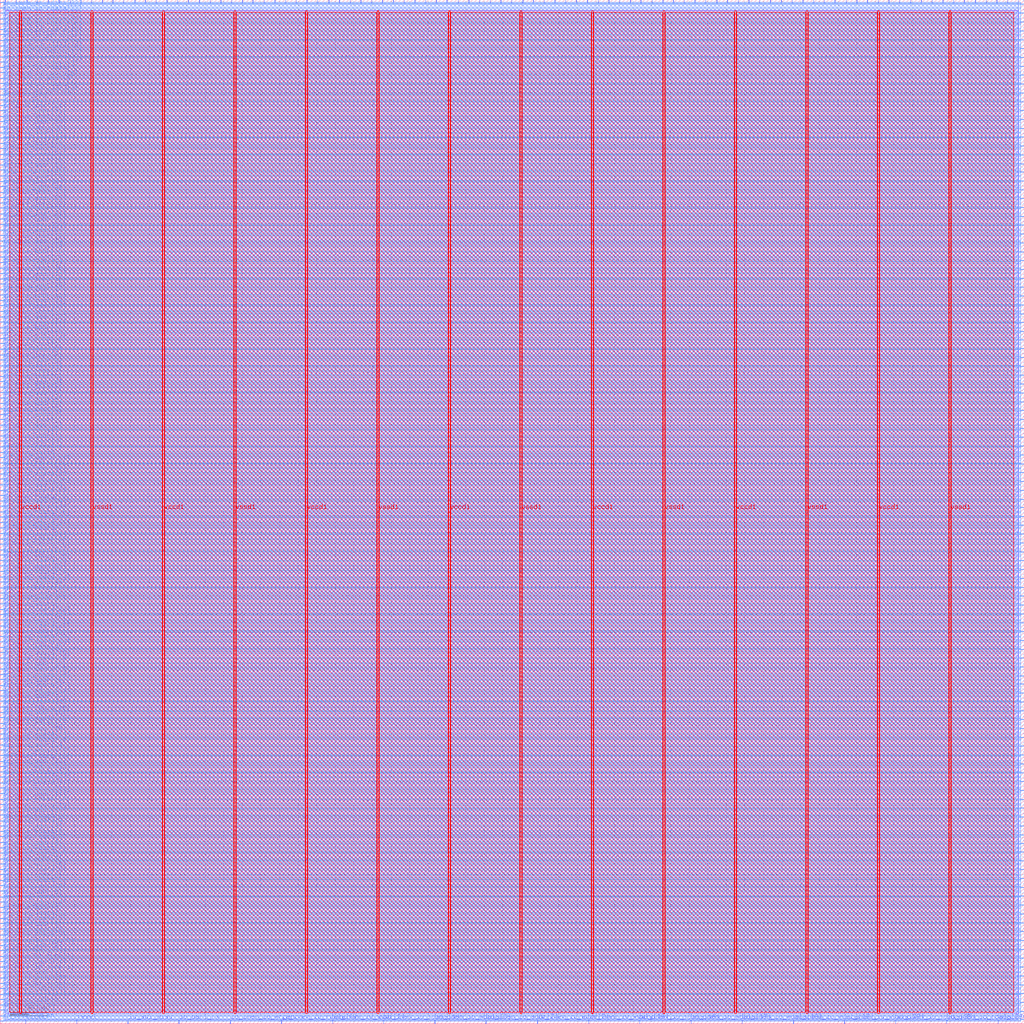
<source format=lef>
VERSION 5.7 ;
  NOWIREEXTENSIONATPIN ON ;
  DIVIDERCHAR "/" ;
  BUSBITCHARS "[]" ;
MACRO WB_InterConnect
  CLASS BLOCK ;
  FOREIGN WB_InterConnect ;
  ORIGIN 0.000 0.000 ;
  SIZE 1100.000 BY 1100.000 ;
  PIN clock
    DIRECTION INPUT ;
    USE SIGNAL ;
    PORT
      LAYER met2 ;
        RECT 27.230 0.000 27.510 4.000 ;
    END
  END clock
  PIN io_dbus_addr[0]
    DIRECTION INPUT ;
    USE SIGNAL ;
    PORT
      LAYER met3 ;
        RECT 0.000 19.760 4.000 20.360 ;
    END
  END io_dbus_addr[0]
  PIN io_dbus_addr[10]
    DIRECTION INPUT ;
    USE SIGNAL ;
    PORT
      LAYER met3 ;
        RECT 0.000 223.760 4.000 224.360 ;
    END
  END io_dbus_addr[10]
  PIN io_dbus_addr[11]
    DIRECTION INPUT ;
    USE SIGNAL ;
    PORT
      LAYER met3 ;
        RECT 0.000 240.760 4.000 241.360 ;
    END
  END io_dbus_addr[11]
  PIN io_dbus_addr[12]
    DIRECTION INPUT ;
    USE SIGNAL ;
    PORT
      LAYER met3 ;
        RECT 0.000 258.440 4.000 259.040 ;
    END
  END io_dbus_addr[12]
  PIN io_dbus_addr[13]
    DIRECTION INPUT ;
    USE SIGNAL ;
    PORT
      LAYER met3 ;
        RECT 0.000 276.120 4.000 276.720 ;
    END
  END io_dbus_addr[13]
  PIN io_dbus_addr[14]
    DIRECTION INPUT ;
    USE SIGNAL ;
    PORT
      LAYER met3 ;
        RECT 0.000 293.800 4.000 294.400 ;
    END
  END io_dbus_addr[14]
  PIN io_dbus_addr[15]
    DIRECTION INPUT ;
    USE SIGNAL ;
    PORT
      LAYER met3 ;
        RECT 0.000 310.800 4.000 311.400 ;
    END
  END io_dbus_addr[15]
  PIN io_dbus_addr[16]
    DIRECTION INPUT ;
    USE SIGNAL ;
    PORT
      LAYER met3 ;
        RECT 0.000 328.480 4.000 329.080 ;
    END
  END io_dbus_addr[16]
  PIN io_dbus_addr[17]
    DIRECTION INPUT ;
    USE SIGNAL ;
    PORT
      LAYER met3 ;
        RECT 0.000 346.160 4.000 346.760 ;
    END
  END io_dbus_addr[17]
  PIN io_dbus_addr[18]
    DIRECTION INPUT ;
    USE SIGNAL ;
    PORT
      LAYER met3 ;
        RECT 0.000 363.160 4.000 363.760 ;
    END
  END io_dbus_addr[18]
  PIN io_dbus_addr[19]
    DIRECTION INPUT ;
    USE SIGNAL ;
    PORT
      LAYER met3 ;
        RECT 0.000 380.840 4.000 381.440 ;
    END
  END io_dbus_addr[19]
  PIN io_dbus_addr[1]
    DIRECTION INPUT ;
    USE SIGNAL ;
    PORT
      LAYER met3 ;
        RECT 0.000 49.000 4.000 49.600 ;
    END
  END io_dbus_addr[1]
  PIN io_dbus_addr[20]
    DIRECTION INPUT ;
    USE SIGNAL ;
    PORT
      LAYER met3 ;
        RECT 0.000 398.520 4.000 399.120 ;
    END
  END io_dbus_addr[20]
  PIN io_dbus_addr[21]
    DIRECTION INPUT ;
    USE SIGNAL ;
    PORT
      LAYER met3 ;
        RECT 0.000 415.520 4.000 416.120 ;
    END
  END io_dbus_addr[21]
  PIN io_dbus_addr[22]
    DIRECTION INPUT ;
    USE SIGNAL ;
    PORT
      LAYER met3 ;
        RECT 0.000 433.200 4.000 433.800 ;
    END
  END io_dbus_addr[22]
  PIN io_dbus_addr[23]
    DIRECTION INPUT ;
    USE SIGNAL ;
    PORT
      LAYER met3 ;
        RECT 0.000 450.880 4.000 451.480 ;
    END
  END io_dbus_addr[23]
  PIN io_dbus_addr[24]
    DIRECTION INPUT ;
    USE SIGNAL ;
    PORT
      LAYER met3 ;
        RECT 0.000 467.880 4.000 468.480 ;
    END
  END io_dbus_addr[24]
  PIN io_dbus_addr[25]
    DIRECTION INPUT ;
    USE SIGNAL ;
    PORT
      LAYER met3 ;
        RECT 0.000 485.560 4.000 486.160 ;
    END
  END io_dbus_addr[25]
  PIN io_dbus_addr[26]
    DIRECTION INPUT ;
    USE SIGNAL ;
    PORT
      LAYER met3 ;
        RECT 0.000 503.240 4.000 503.840 ;
    END
  END io_dbus_addr[26]
  PIN io_dbus_addr[27]
    DIRECTION INPUT ;
    USE SIGNAL ;
    PORT
      LAYER met3 ;
        RECT 0.000 520.240 4.000 520.840 ;
    END
  END io_dbus_addr[27]
  PIN io_dbus_addr[28]
    DIRECTION INPUT ;
    USE SIGNAL ;
    PORT
      LAYER met3 ;
        RECT 0.000 537.920 4.000 538.520 ;
    END
  END io_dbus_addr[28]
  PIN io_dbus_addr[29]
    DIRECTION INPUT ;
    USE SIGNAL ;
    PORT
      LAYER met3 ;
        RECT 0.000 555.600 4.000 556.200 ;
    END
  END io_dbus_addr[29]
  PIN io_dbus_addr[2]
    DIRECTION INPUT ;
    USE SIGNAL ;
    PORT
      LAYER met3 ;
        RECT 0.000 78.240 4.000 78.840 ;
    END
  END io_dbus_addr[2]
  PIN io_dbus_addr[30]
    DIRECTION INPUT ;
    USE SIGNAL ;
    PORT
      LAYER met3 ;
        RECT 0.000 572.600 4.000 573.200 ;
    END
  END io_dbus_addr[30]
  PIN io_dbus_addr[31]
    DIRECTION INPUT ;
    USE SIGNAL ;
    PORT
      LAYER met3 ;
        RECT 0.000 590.280 4.000 590.880 ;
    END
  END io_dbus_addr[31]
  PIN io_dbus_addr[3]
    DIRECTION INPUT ;
    USE SIGNAL ;
    PORT
      LAYER met3 ;
        RECT 0.000 101.360 4.000 101.960 ;
    END
  END io_dbus_addr[3]
  PIN io_dbus_addr[4]
    DIRECTION INPUT ;
    USE SIGNAL ;
    PORT
      LAYER met3 ;
        RECT 0.000 119.040 4.000 119.640 ;
    END
  END io_dbus_addr[4]
  PIN io_dbus_addr[5]
    DIRECTION INPUT ;
    USE SIGNAL ;
    PORT
      LAYER met3 ;
        RECT 0.000 136.040 4.000 136.640 ;
    END
  END io_dbus_addr[5]
  PIN io_dbus_addr[6]
    DIRECTION INPUT ;
    USE SIGNAL ;
    PORT
      LAYER met3 ;
        RECT 0.000 153.720 4.000 154.320 ;
    END
  END io_dbus_addr[6]
  PIN io_dbus_addr[7]
    DIRECTION INPUT ;
    USE SIGNAL ;
    PORT
      LAYER met3 ;
        RECT 0.000 171.400 4.000 172.000 ;
    END
  END io_dbus_addr[7]
  PIN io_dbus_addr[8]
    DIRECTION INPUT ;
    USE SIGNAL ;
    PORT
      LAYER met3 ;
        RECT 0.000 188.400 4.000 189.000 ;
    END
  END io_dbus_addr[8]
  PIN io_dbus_addr[9]
    DIRECTION INPUT ;
    USE SIGNAL ;
    PORT
      LAYER met3 ;
        RECT 0.000 206.080 4.000 206.680 ;
    END
  END io_dbus_addr[9]
  PIN io_dbus_ld_type[0]
    DIRECTION INPUT ;
    USE SIGNAL ;
    PORT
      LAYER met3 ;
        RECT 0.000 25.880 4.000 26.480 ;
    END
  END io_dbus_ld_type[0]
  PIN io_dbus_ld_type[1]
    DIRECTION INPUT ;
    USE SIGNAL ;
    PORT
      LAYER met3 ;
        RECT 0.000 55.120 4.000 55.720 ;
    END
  END io_dbus_ld_type[1]
  PIN io_dbus_ld_type[2]
    DIRECTION INPUT ;
    USE SIGNAL ;
    PORT
      LAYER met3 ;
        RECT 0.000 83.680 4.000 84.280 ;
    END
  END io_dbus_ld_type[2]
  PIN io_dbus_rd_en
    DIRECTION INPUT ;
    USE SIGNAL ;
    PORT
      LAYER met3 ;
        RECT 0.000 2.760 4.000 3.360 ;
    END
  END io_dbus_rd_en
  PIN io_dbus_rdata[0]
    DIRECTION OUTPUT TRISTATE ;
    USE SIGNAL ;
    PORT
      LAYER met3 ;
        RECT 0.000 31.320 4.000 31.920 ;
    END
  END io_dbus_rdata[0]
  PIN io_dbus_rdata[10]
    DIRECTION OUTPUT TRISTATE ;
    USE SIGNAL ;
    PORT
      LAYER met3 ;
        RECT 0.000 229.200 4.000 229.800 ;
    END
  END io_dbus_rdata[10]
  PIN io_dbus_rdata[11]
    DIRECTION OUTPUT TRISTATE ;
    USE SIGNAL ;
    PORT
      LAYER met3 ;
        RECT 0.000 246.880 4.000 247.480 ;
    END
  END io_dbus_rdata[11]
  PIN io_dbus_rdata[12]
    DIRECTION OUTPUT TRISTATE ;
    USE SIGNAL ;
    PORT
      LAYER met3 ;
        RECT 0.000 264.560 4.000 265.160 ;
    END
  END io_dbus_rdata[12]
  PIN io_dbus_rdata[13]
    DIRECTION OUTPUT TRISTATE ;
    USE SIGNAL ;
    PORT
      LAYER met3 ;
        RECT 0.000 281.560 4.000 282.160 ;
    END
  END io_dbus_rdata[13]
  PIN io_dbus_rdata[14]
    DIRECTION OUTPUT TRISTATE ;
    USE SIGNAL ;
    PORT
      LAYER met3 ;
        RECT 0.000 299.240 4.000 299.840 ;
    END
  END io_dbus_rdata[14]
  PIN io_dbus_rdata[15]
    DIRECTION OUTPUT TRISTATE ;
    USE SIGNAL ;
    PORT
      LAYER met3 ;
        RECT 0.000 316.920 4.000 317.520 ;
    END
  END io_dbus_rdata[15]
  PIN io_dbus_rdata[16]
    DIRECTION OUTPUT TRISTATE ;
    USE SIGNAL ;
    PORT
      LAYER met3 ;
        RECT 0.000 333.920 4.000 334.520 ;
    END
  END io_dbus_rdata[16]
  PIN io_dbus_rdata[17]
    DIRECTION OUTPUT TRISTATE ;
    USE SIGNAL ;
    PORT
      LAYER met3 ;
        RECT 0.000 351.600 4.000 352.200 ;
    END
  END io_dbus_rdata[17]
  PIN io_dbus_rdata[18]
    DIRECTION OUTPUT TRISTATE ;
    USE SIGNAL ;
    PORT
      LAYER met3 ;
        RECT 0.000 369.280 4.000 369.880 ;
    END
  END io_dbus_rdata[18]
  PIN io_dbus_rdata[19]
    DIRECTION OUTPUT TRISTATE ;
    USE SIGNAL ;
    PORT
      LAYER met3 ;
        RECT 0.000 386.960 4.000 387.560 ;
    END
  END io_dbus_rdata[19]
  PIN io_dbus_rdata[1]
    DIRECTION OUTPUT TRISTATE ;
    USE SIGNAL ;
    PORT
      LAYER met3 ;
        RECT 0.000 60.560 4.000 61.160 ;
    END
  END io_dbus_rdata[1]
  PIN io_dbus_rdata[20]
    DIRECTION OUTPUT TRISTATE ;
    USE SIGNAL ;
    PORT
      LAYER met3 ;
        RECT 0.000 403.960 4.000 404.560 ;
    END
  END io_dbus_rdata[20]
  PIN io_dbus_rdata[21]
    DIRECTION OUTPUT TRISTATE ;
    USE SIGNAL ;
    PORT
      LAYER met3 ;
        RECT 0.000 421.640 4.000 422.240 ;
    END
  END io_dbus_rdata[21]
  PIN io_dbus_rdata[22]
    DIRECTION OUTPUT TRISTATE ;
    USE SIGNAL ;
    PORT
      LAYER met3 ;
        RECT 0.000 439.320 4.000 439.920 ;
    END
  END io_dbus_rdata[22]
  PIN io_dbus_rdata[23]
    DIRECTION OUTPUT TRISTATE ;
    USE SIGNAL ;
    PORT
      LAYER met3 ;
        RECT 0.000 456.320 4.000 456.920 ;
    END
  END io_dbus_rdata[23]
  PIN io_dbus_rdata[24]
    DIRECTION OUTPUT TRISTATE ;
    USE SIGNAL ;
    PORT
      LAYER met3 ;
        RECT 0.000 474.000 4.000 474.600 ;
    END
  END io_dbus_rdata[24]
  PIN io_dbus_rdata[25]
    DIRECTION OUTPUT TRISTATE ;
    USE SIGNAL ;
    PORT
      LAYER met3 ;
        RECT 0.000 491.680 4.000 492.280 ;
    END
  END io_dbus_rdata[25]
  PIN io_dbus_rdata[26]
    DIRECTION OUTPUT TRISTATE ;
    USE SIGNAL ;
    PORT
      LAYER met3 ;
        RECT 0.000 508.680 4.000 509.280 ;
    END
  END io_dbus_rdata[26]
  PIN io_dbus_rdata[27]
    DIRECTION OUTPUT TRISTATE ;
    USE SIGNAL ;
    PORT
      LAYER met3 ;
        RECT 0.000 526.360 4.000 526.960 ;
    END
  END io_dbus_rdata[27]
  PIN io_dbus_rdata[28]
    DIRECTION OUTPUT TRISTATE ;
    USE SIGNAL ;
    PORT
      LAYER met3 ;
        RECT 0.000 544.040 4.000 544.640 ;
    END
  END io_dbus_rdata[28]
  PIN io_dbus_rdata[29]
    DIRECTION OUTPUT TRISTATE ;
    USE SIGNAL ;
    PORT
      LAYER met3 ;
        RECT 0.000 561.040 4.000 561.640 ;
    END
  END io_dbus_rdata[29]
  PIN io_dbus_rdata[2]
    DIRECTION OUTPUT TRISTATE ;
    USE SIGNAL ;
    PORT
      LAYER met3 ;
        RECT 0.000 89.800 4.000 90.400 ;
    END
  END io_dbus_rdata[2]
  PIN io_dbus_rdata[30]
    DIRECTION OUTPUT TRISTATE ;
    USE SIGNAL ;
    PORT
      LAYER met3 ;
        RECT 0.000 578.720 4.000 579.320 ;
    END
  END io_dbus_rdata[30]
  PIN io_dbus_rdata[31]
    DIRECTION OUTPUT TRISTATE ;
    USE SIGNAL ;
    PORT
      LAYER met3 ;
        RECT 0.000 596.400 4.000 597.000 ;
    END
  END io_dbus_rdata[31]
  PIN io_dbus_rdata[3]
    DIRECTION OUTPUT TRISTATE ;
    USE SIGNAL ;
    PORT
      LAYER met3 ;
        RECT 0.000 107.480 4.000 108.080 ;
    END
  END io_dbus_rdata[3]
  PIN io_dbus_rdata[4]
    DIRECTION OUTPUT TRISTATE ;
    USE SIGNAL ;
    PORT
      LAYER met3 ;
        RECT 0.000 124.480 4.000 125.080 ;
    END
  END io_dbus_rdata[4]
  PIN io_dbus_rdata[5]
    DIRECTION OUTPUT TRISTATE ;
    USE SIGNAL ;
    PORT
      LAYER met3 ;
        RECT 0.000 142.160 4.000 142.760 ;
    END
  END io_dbus_rdata[5]
  PIN io_dbus_rdata[6]
    DIRECTION OUTPUT TRISTATE ;
    USE SIGNAL ;
    PORT
      LAYER met3 ;
        RECT 0.000 159.840 4.000 160.440 ;
    END
  END io_dbus_rdata[6]
  PIN io_dbus_rdata[7]
    DIRECTION OUTPUT TRISTATE ;
    USE SIGNAL ;
    PORT
      LAYER met3 ;
        RECT 0.000 176.840 4.000 177.440 ;
    END
  END io_dbus_rdata[7]
  PIN io_dbus_rdata[8]
    DIRECTION OUTPUT TRISTATE ;
    USE SIGNAL ;
    PORT
      LAYER met3 ;
        RECT 0.000 194.520 4.000 195.120 ;
    END
  END io_dbus_rdata[8]
  PIN io_dbus_rdata[9]
    DIRECTION OUTPUT TRISTATE ;
    USE SIGNAL ;
    PORT
      LAYER met3 ;
        RECT 0.000 212.200 4.000 212.800 ;
    END
  END io_dbus_rdata[9]
  PIN io_dbus_st_type[0]
    DIRECTION INPUT ;
    USE SIGNAL ;
    PORT
      LAYER met3 ;
        RECT 0.000 37.440 4.000 38.040 ;
    END
  END io_dbus_st_type[0]
  PIN io_dbus_st_type[1]
    DIRECTION INPUT ;
    USE SIGNAL ;
    PORT
      LAYER met3 ;
        RECT 0.000 66.680 4.000 67.280 ;
    END
  END io_dbus_st_type[1]
  PIN io_dbus_valid
    DIRECTION OUTPUT TRISTATE ;
    USE SIGNAL ;
    PORT
      LAYER met3 ;
        RECT 0.000 8.200 4.000 8.800 ;
    END
  END io_dbus_valid
  PIN io_dbus_wdata[0]
    DIRECTION INPUT ;
    USE SIGNAL ;
    PORT
      LAYER met3 ;
        RECT 0.000 42.880 4.000 43.480 ;
    END
  END io_dbus_wdata[0]
  PIN io_dbus_wdata[10]
    DIRECTION INPUT ;
    USE SIGNAL ;
    PORT
      LAYER met3 ;
        RECT 0.000 235.320 4.000 235.920 ;
    END
  END io_dbus_wdata[10]
  PIN io_dbus_wdata[11]
    DIRECTION INPUT ;
    USE SIGNAL ;
    PORT
      LAYER met3 ;
        RECT 0.000 253.000 4.000 253.600 ;
    END
  END io_dbus_wdata[11]
  PIN io_dbus_wdata[12]
    DIRECTION INPUT ;
    USE SIGNAL ;
    PORT
      LAYER met3 ;
        RECT 0.000 270.000 4.000 270.600 ;
    END
  END io_dbus_wdata[12]
  PIN io_dbus_wdata[13]
    DIRECTION INPUT ;
    USE SIGNAL ;
    PORT
      LAYER met3 ;
        RECT 0.000 287.680 4.000 288.280 ;
    END
  END io_dbus_wdata[13]
  PIN io_dbus_wdata[14]
    DIRECTION INPUT ;
    USE SIGNAL ;
    PORT
      LAYER met3 ;
        RECT 0.000 305.360 4.000 305.960 ;
    END
  END io_dbus_wdata[14]
  PIN io_dbus_wdata[15]
    DIRECTION INPUT ;
    USE SIGNAL ;
    PORT
      LAYER met3 ;
        RECT 0.000 322.360 4.000 322.960 ;
    END
  END io_dbus_wdata[15]
  PIN io_dbus_wdata[16]
    DIRECTION INPUT ;
    USE SIGNAL ;
    PORT
      LAYER met3 ;
        RECT 0.000 340.040 4.000 340.640 ;
    END
  END io_dbus_wdata[16]
  PIN io_dbus_wdata[17]
    DIRECTION INPUT ;
    USE SIGNAL ;
    PORT
      LAYER met3 ;
        RECT 0.000 357.720 4.000 358.320 ;
    END
  END io_dbus_wdata[17]
  PIN io_dbus_wdata[18]
    DIRECTION INPUT ;
    USE SIGNAL ;
    PORT
      LAYER met3 ;
        RECT 0.000 374.720 4.000 375.320 ;
    END
  END io_dbus_wdata[18]
  PIN io_dbus_wdata[19]
    DIRECTION INPUT ;
    USE SIGNAL ;
    PORT
      LAYER met3 ;
        RECT 0.000 392.400 4.000 393.000 ;
    END
  END io_dbus_wdata[19]
  PIN io_dbus_wdata[1]
    DIRECTION INPUT ;
    USE SIGNAL ;
    PORT
      LAYER met3 ;
        RECT 0.000 72.120 4.000 72.720 ;
    END
  END io_dbus_wdata[1]
  PIN io_dbus_wdata[20]
    DIRECTION INPUT ;
    USE SIGNAL ;
    PORT
      LAYER met3 ;
        RECT 0.000 410.080 4.000 410.680 ;
    END
  END io_dbus_wdata[20]
  PIN io_dbus_wdata[21]
    DIRECTION INPUT ;
    USE SIGNAL ;
    PORT
      LAYER met3 ;
        RECT 0.000 427.080 4.000 427.680 ;
    END
  END io_dbus_wdata[21]
  PIN io_dbus_wdata[22]
    DIRECTION INPUT ;
    USE SIGNAL ;
    PORT
      LAYER met3 ;
        RECT 0.000 444.760 4.000 445.360 ;
    END
  END io_dbus_wdata[22]
  PIN io_dbus_wdata[23]
    DIRECTION INPUT ;
    USE SIGNAL ;
    PORT
      LAYER met3 ;
        RECT 0.000 462.440 4.000 463.040 ;
    END
  END io_dbus_wdata[23]
  PIN io_dbus_wdata[24]
    DIRECTION INPUT ;
    USE SIGNAL ;
    PORT
      LAYER met3 ;
        RECT 0.000 479.440 4.000 480.040 ;
    END
  END io_dbus_wdata[24]
  PIN io_dbus_wdata[25]
    DIRECTION INPUT ;
    USE SIGNAL ;
    PORT
      LAYER met3 ;
        RECT 0.000 497.120 4.000 497.720 ;
    END
  END io_dbus_wdata[25]
  PIN io_dbus_wdata[26]
    DIRECTION INPUT ;
    USE SIGNAL ;
    PORT
      LAYER met3 ;
        RECT 0.000 514.800 4.000 515.400 ;
    END
  END io_dbus_wdata[26]
  PIN io_dbus_wdata[27]
    DIRECTION INPUT ;
    USE SIGNAL ;
    PORT
      LAYER met3 ;
        RECT 0.000 532.480 4.000 533.080 ;
    END
  END io_dbus_wdata[27]
  PIN io_dbus_wdata[28]
    DIRECTION INPUT ;
    USE SIGNAL ;
    PORT
      LAYER met3 ;
        RECT 0.000 549.480 4.000 550.080 ;
    END
  END io_dbus_wdata[28]
  PIN io_dbus_wdata[29]
    DIRECTION INPUT ;
    USE SIGNAL ;
    PORT
      LAYER met3 ;
        RECT 0.000 567.160 4.000 567.760 ;
    END
  END io_dbus_wdata[29]
  PIN io_dbus_wdata[2]
    DIRECTION INPUT ;
    USE SIGNAL ;
    PORT
      LAYER met3 ;
        RECT 0.000 95.240 4.000 95.840 ;
    END
  END io_dbus_wdata[2]
  PIN io_dbus_wdata[30]
    DIRECTION INPUT ;
    USE SIGNAL ;
    PORT
      LAYER met3 ;
        RECT 0.000 584.840 4.000 585.440 ;
    END
  END io_dbus_wdata[30]
  PIN io_dbus_wdata[31]
    DIRECTION INPUT ;
    USE SIGNAL ;
    PORT
      LAYER met3 ;
        RECT 0.000 601.840 4.000 602.440 ;
    END
  END io_dbus_wdata[31]
  PIN io_dbus_wdata[3]
    DIRECTION INPUT ;
    USE SIGNAL ;
    PORT
      LAYER met3 ;
        RECT 0.000 112.920 4.000 113.520 ;
    END
  END io_dbus_wdata[3]
  PIN io_dbus_wdata[4]
    DIRECTION INPUT ;
    USE SIGNAL ;
    PORT
      LAYER met3 ;
        RECT 0.000 130.600 4.000 131.200 ;
    END
  END io_dbus_wdata[4]
  PIN io_dbus_wdata[5]
    DIRECTION INPUT ;
    USE SIGNAL ;
    PORT
      LAYER met3 ;
        RECT 0.000 148.280 4.000 148.880 ;
    END
  END io_dbus_wdata[5]
  PIN io_dbus_wdata[6]
    DIRECTION INPUT ;
    USE SIGNAL ;
    PORT
      LAYER met3 ;
        RECT 0.000 165.280 4.000 165.880 ;
    END
  END io_dbus_wdata[6]
  PIN io_dbus_wdata[7]
    DIRECTION INPUT ;
    USE SIGNAL ;
    PORT
      LAYER met3 ;
        RECT 0.000 182.960 4.000 183.560 ;
    END
  END io_dbus_wdata[7]
  PIN io_dbus_wdata[8]
    DIRECTION INPUT ;
    USE SIGNAL ;
    PORT
      LAYER met3 ;
        RECT 0.000 200.640 4.000 201.240 ;
    END
  END io_dbus_wdata[8]
  PIN io_dbus_wdata[9]
    DIRECTION INPUT ;
    USE SIGNAL ;
    PORT
      LAYER met3 ;
        RECT 0.000 217.640 4.000 218.240 ;
    END
  END io_dbus_wdata[9]
  PIN io_dbus_wr_en
    DIRECTION INPUT ;
    USE SIGNAL ;
    PORT
      LAYER met3 ;
        RECT 0.000 14.320 4.000 14.920 ;
    END
  END io_dbus_wr_en
  PIN io_dmem_io_addr[0]
    DIRECTION OUTPUT TRISTATE ;
    USE SIGNAL ;
    PORT
      LAYER met2 ;
        RECT 28.610 1096.000 28.890 1100.000 ;
    END
  END io_dmem_io_addr[0]
  PIN io_dmem_io_addr[1]
    DIRECTION OUTPUT TRISTATE ;
    USE SIGNAL ;
    PORT
      LAYER met2 ;
        RECT 75.070 1096.000 75.350 1100.000 ;
    END
  END io_dmem_io_addr[1]
  PIN io_dmem_io_addr[2]
    DIRECTION OUTPUT TRISTATE ;
    USE SIGNAL ;
    PORT
      LAYER met2 ;
        RECT 121.070 1096.000 121.350 1100.000 ;
    END
  END io_dmem_io_addr[2]
  PIN io_dmem_io_addr[3]
    DIRECTION OUTPUT TRISTATE ;
    USE SIGNAL ;
    PORT
      LAYER met2 ;
        RECT 167.530 1096.000 167.810 1100.000 ;
    END
  END io_dmem_io_addr[3]
  PIN io_dmem_io_addr[4]
    DIRECTION OUTPUT TRISTATE ;
    USE SIGNAL ;
    PORT
      LAYER met2 ;
        RECT 213.990 1096.000 214.270 1100.000 ;
    END
  END io_dmem_io_addr[4]
  PIN io_dmem_io_addr[5]
    DIRECTION OUTPUT TRISTATE ;
    USE SIGNAL ;
    PORT
      LAYER met2 ;
        RECT 248.490 1096.000 248.770 1100.000 ;
    END
  END io_dmem_io_addr[5]
  PIN io_dmem_io_addr[6]
    DIRECTION OUTPUT TRISTATE ;
    USE SIGNAL ;
    PORT
      LAYER met2 ;
        RECT 283.450 1096.000 283.730 1100.000 ;
    END
  END io_dmem_io_addr[6]
  PIN io_dmem_io_addr[7]
    DIRECTION OUTPUT TRISTATE ;
    USE SIGNAL ;
    PORT
      LAYER met2 ;
        RECT 317.950 1096.000 318.230 1100.000 ;
    END
  END io_dmem_io_addr[7]
  PIN io_dmem_io_cs
    DIRECTION OUTPUT TRISTATE ;
    USE SIGNAL ;
    PORT
      LAYER met2 ;
        RECT 5.610 1096.000 5.890 1100.000 ;
    END
  END io_dmem_io_cs
  PIN io_dmem_io_rdata[0]
    DIRECTION INPUT ;
    USE SIGNAL ;
    PORT
      LAYER met2 ;
        RECT 40.110 1096.000 40.390 1100.000 ;
    END
  END io_dmem_io_rdata[0]
  PIN io_dmem_io_rdata[10]
    DIRECTION INPUT ;
    USE SIGNAL ;
    PORT
      LAYER met2 ;
        RECT 398.910 1096.000 399.190 1100.000 ;
    END
  END io_dmem_io_rdata[10]
  PIN io_dmem_io_rdata[11]
    DIRECTION INPUT ;
    USE SIGNAL ;
    PORT
      LAYER met2 ;
        RECT 422.370 1096.000 422.650 1100.000 ;
    END
  END io_dmem_io_rdata[11]
  PIN io_dmem_io_rdata[12]
    DIRECTION INPUT ;
    USE SIGNAL ;
    PORT
      LAYER met2 ;
        RECT 445.370 1096.000 445.650 1100.000 ;
    END
  END io_dmem_io_rdata[12]
  PIN io_dmem_io_rdata[13]
    DIRECTION INPUT ;
    USE SIGNAL ;
    PORT
      LAYER met2 ;
        RECT 468.370 1096.000 468.650 1100.000 ;
    END
  END io_dmem_io_rdata[13]
  PIN io_dmem_io_rdata[14]
    DIRECTION INPUT ;
    USE SIGNAL ;
    PORT
      LAYER met2 ;
        RECT 491.830 1096.000 492.110 1100.000 ;
    END
  END io_dmem_io_rdata[14]
  PIN io_dmem_io_rdata[15]
    DIRECTION INPUT ;
    USE SIGNAL ;
    PORT
      LAYER met2 ;
        RECT 514.830 1096.000 515.110 1100.000 ;
    END
  END io_dmem_io_rdata[15]
  PIN io_dmem_io_rdata[16]
    DIRECTION INPUT ;
    USE SIGNAL ;
    PORT
      LAYER met2 ;
        RECT 537.830 1096.000 538.110 1100.000 ;
    END
  END io_dmem_io_rdata[16]
  PIN io_dmem_io_rdata[17]
    DIRECTION INPUT ;
    USE SIGNAL ;
    PORT
      LAYER met2 ;
        RECT 561.290 1096.000 561.570 1100.000 ;
    END
  END io_dmem_io_rdata[17]
  PIN io_dmem_io_rdata[18]
    DIRECTION INPUT ;
    USE SIGNAL ;
    PORT
      LAYER met2 ;
        RECT 584.290 1096.000 584.570 1100.000 ;
    END
  END io_dmem_io_rdata[18]
  PIN io_dmem_io_rdata[19]
    DIRECTION INPUT ;
    USE SIGNAL ;
    PORT
      LAYER met2 ;
        RECT 607.290 1096.000 607.570 1100.000 ;
    END
  END io_dmem_io_rdata[19]
  PIN io_dmem_io_rdata[1]
    DIRECTION INPUT ;
    USE SIGNAL ;
    PORT
      LAYER met2 ;
        RECT 86.570 1096.000 86.850 1100.000 ;
    END
  END io_dmem_io_rdata[1]
  PIN io_dmem_io_rdata[20]
    DIRECTION INPUT ;
    USE SIGNAL ;
    PORT
      LAYER met2 ;
        RECT 630.750 1096.000 631.030 1100.000 ;
    END
  END io_dmem_io_rdata[20]
  PIN io_dmem_io_rdata[21]
    DIRECTION INPUT ;
    USE SIGNAL ;
    PORT
      LAYER met2 ;
        RECT 653.750 1096.000 654.030 1100.000 ;
    END
  END io_dmem_io_rdata[21]
  PIN io_dmem_io_rdata[22]
    DIRECTION INPUT ;
    USE SIGNAL ;
    PORT
      LAYER met2 ;
        RECT 676.750 1096.000 677.030 1100.000 ;
    END
  END io_dmem_io_rdata[22]
  PIN io_dmem_io_rdata[23]
    DIRECTION INPUT ;
    USE SIGNAL ;
    PORT
      LAYER met2 ;
        RECT 700.210 1096.000 700.490 1100.000 ;
    END
  END io_dmem_io_rdata[23]
  PIN io_dmem_io_rdata[24]
    DIRECTION INPUT ;
    USE SIGNAL ;
    PORT
      LAYER met2 ;
        RECT 723.210 1096.000 723.490 1100.000 ;
    END
  END io_dmem_io_rdata[24]
  PIN io_dmem_io_rdata[25]
    DIRECTION INPUT ;
    USE SIGNAL ;
    PORT
      LAYER met2 ;
        RECT 746.210 1096.000 746.490 1100.000 ;
    END
  END io_dmem_io_rdata[25]
  PIN io_dmem_io_rdata[26]
    DIRECTION INPUT ;
    USE SIGNAL ;
    PORT
      LAYER met2 ;
        RECT 769.670 1096.000 769.950 1100.000 ;
    END
  END io_dmem_io_rdata[26]
  PIN io_dmem_io_rdata[27]
    DIRECTION INPUT ;
    USE SIGNAL ;
    PORT
      LAYER met2 ;
        RECT 792.670 1096.000 792.950 1100.000 ;
    END
  END io_dmem_io_rdata[27]
  PIN io_dmem_io_rdata[28]
    DIRECTION INPUT ;
    USE SIGNAL ;
    PORT
      LAYER met2 ;
        RECT 815.670 1096.000 815.950 1100.000 ;
    END
  END io_dmem_io_rdata[28]
  PIN io_dmem_io_rdata[29]
    DIRECTION INPUT ;
    USE SIGNAL ;
    PORT
      LAYER met2 ;
        RECT 839.130 1096.000 839.410 1100.000 ;
    END
  END io_dmem_io_rdata[29]
  PIN io_dmem_io_rdata[2]
    DIRECTION INPUT ;
    USE SIGNAL ;
    PORT
      LAYER met2 ;
        RECT 132.570 1096.000 132.850 1100.000 ;
    END
  END io_dmem_io_rdata[2]
  PIN io_dmem_io_rdata[30]
    DIRECTION INPUT ;
    USE SIGNAL ;
    PORT
      LAYER met2 ;
        RECT 862.130 1096.000 862.410 1100.000 ;
    END
  END io_dmem_io_rdata[30]
  PIN io_dmem_io_rdata[31]
    DIRECTION INPUT ;
    USE SIGNAL ;
    PORT
      LAYER met2 ;
        RECT 885.130 1096.000 885.410 1100.000 ;
    END
  END io_dmem_io_rdata[31]
  PIN io_dmem_io_rdata[3]
    DIRECTION INPUT ;
    USE SIGNAL ;
    PORT
      LAYER met2 ;
        RECT 179.030 1096.000 179.310 1100.000 ;
    END
  END io_dmem_io_rdata[3]
  PIN io_dmem_io_rdata[4]
    DIRECTION INPUT ;
    USE SIGNAL ;
    PORT
      LAYER met2 ;
        RECT 225.490 1096.000 225.770 1100.000 ;
    END
  END io_dmem_io_rdata[4]
  PIN io_dmem_io_rdata[5]
    DIRECTION INPUT ;
    USE SIGNAL ;
    PORT
      LAYER met2 ;
        RECT 259.990 1096.000 260.270 1100.000 ;
    END
  END io_dmem_io_rdata[5]
  PIN io_dmem_io_rdata[6]
    DIRECTION INPUT ;
    USE SIGNAL ;
    PORT
      LAYER met2 ;
        RECT 294.950 1096.000 295.230 1100.000 ;
    END
  END io_dmem_io_rdata[6]
  PIN io_dmem_io_rdata[7]
    DIRECTION INPUT ;
    USE SIGNAL ;
    PORT
      LAYER met2 ;
        RECT 329.450 1096.000 329.730 1100.000 ;
    END
  END io_dmem_io_rdata[7]
  PIN io_dmem_io_rdata[8]
    DIRECTION INPUT ;
    USE SIGNAL ;
    PORT
      LAYER met2 ;
        RECT 352.910 1096.000 353.190 1100.000 ;
    END
  END io_dmem_io_rdata[8]
  PIN io_dmem_io_rdata[9]
    DIRECTION INPUT ;
    USE SIGNAL ;
    PORT
      LAYER met2 ;
        RECT 375.910 1096.000 376.190 1100.000 ;
    END
  END io_dmem_io_rdata[9]
  PIN io_dmem_io_st_type[0]
    DIRECTION OUTPUT TRISTATE ;
    USE SIGNAL ;
    PORT
      LAYER met2 ;
        RECT 51.610 1096.000 51.890 1100.000 ;
    END
  END io_dmem_io_st_type[0]
  PIN io_dmem_io_st_type[1]
    DIRECTION OUTPUT TRISTATE ;
    USE SIGNAL ;
    PORT
      LAYER met2 ;
        RECT 98.070 1096.000 98.350 1100.000 ;
    END
  END io_dmem_io_st_type[1]
  PIN io_dmem_io_st_type[2]
    DIRECTION OUTPUT TRISTATE ;
    USE SIGNAL ;
    PORT
      LAYER met2 ;
        RECT 144.530 1096.000 144.810 1100.000 ;
    END
  END io_dmem_io_st_type[2]
  PIN io_dmem_io_st_type[3]
    DIRECTION OUTPUT TRISTATE ;
    USE SIGNAL ;
    PORT
      LAYER met2 ;
        RECT 190.530 1096.000 190.810 1100.000 ;
    END
  END io_dmem_io_st_type[3]
  PIN io_dmem_io_wdata[0]
    DIRECTION OUTPUT TRISTATE ;
    USE SIGNAL ;
    PORT
      LAYER met2 ;
        RECT 63.110 1096.000 63.390 1100.000 ;
    END
  END io_dmem_io_wdata[0]
  PIN io_dmem_io_wdata[10]
    DIRECTION OUTPUT TRISTATE ;
    USE SIGNAL ;
    PORT
      LAYER met2 ;
        RECT 410.410 1096.000 410.690 1100.000 ;
    END
  END io_dmem_io_wdata[10]
  PIN io_dmem_io_wdata[11]
    DIRECTION OUTPUT TRISTATE ;
    USE SIGNAL ;
    PORT
      LAYER met2 ;
        RECT 433.870 1096.000 434.150 1100.000 ;
    END
  END io_dmem_io_wdata[11]
  PIN io_dmem_io_wdata[12]
    DIRECTION OUTPUT TRISTATE ;
    USE SIGNAL ;
    PORT
      LAYER met2 ;
        RECT 456.870 1096.000 457.150 1100.000 ;
    END
  END io_dmem_io_wdata[12]
  PIN io_dmem_io_wdata[13]
    DIRECTION OUTPUT TRISTATE ;
    USE SIGNAL ;
    PORT
      LAYER met2 ;
        RECT 479.870 1096.000 480.150 1100.000 ;
    END
  END io_dmem_io_wdata[13]
  PIN io_dmem_io_wdata[14]
    DIRECTION OUTPUT TRISTATE ;
    USE SIGNAL ;
    PORT
      LAYER met2 ;
        RECT 503.330 1096.000 503.610 1100.000 ;
    END
  END io_dmem_io_wdata[14]
  PIN io_dmem_io_wdata[15]
    DIRECTION OUTPUT TRISTATE ;
    USE SIGNAL ;
    PORT
      LAYER met2 ;
        RECT 526.330 1096.000 526.610 1100.000 ;
    END
  END io_dmem_io_wdata[15]
  PIN io_dmem_io_wdata[16]
    DIRECTION OUTPUT TRISTATE ;
    USE SIGNAL ;
    PORT
      LAYER met2 ;
        RECT 549.330 1096.000 549.610 1100.000 ;
    END
  END io_dmem_io_wdata[16]
  PIN io_dmem_io_wdata[17]
    DIRECTION OUTPUT TRISTATE ;
    USE SIGNAL ;
    PORT
      LAYER met2 ;
        RECT 572.790 1096.000 573.070 1100.000 ;
    END
  END io_dmem_io_wdata[17]
  PIN io_dmem_io_wdata[18]
    DIRECTION OUTPUT TRISTATE ;
    USE SIGNAL ;
    PORT
      LAYER met2 ;
        RECT 595.790 1096.000 596.070 1100.000 ;
    END
  END io_dmem_io_wdata[18]
  PIN io_dmem_io_wdata[19]
    DIRECTION OUTPUT TRISTATE ;
    USE SIGNAL ;
    PORT
      LAYER met2 ;
        RECT 618.790 1096.000 619.070 1100.000 ;
    END
  END io_dmem_io_wdata[19]
  PIN io_dmem_io_wdata[1]
    DIRECTION OUTPUT TRISTATE ;
    USE SIGNAL ;
    PORT
      LAYER met2 ;
        RECT 109.570 1096.000 109.850 1100.000 ;
    END
  END io_dmem_io_wdata[1]
  PIN io_dmem_io_wdata[20]
    DIRECTION OUTPUT TRISTATE ;
    USE SIGNAL ;
    PORT
      LAYER met2 ;
        RECT 642.250 1096.000 642.530 1100.000 ;
    END
  END io_dmem_io_wdata[20]
  PIN io_dmem_io_wdata[21]
    DIRECTION OUTPUT TRISTATE ;
    USE SIGNAL ;
    PORT
      LAYER met2 ;
        RECT 665.250 1096.000 665.530 1100.000 ;
    END
  END io_dmem_io_wdata[21]
  PIN io_dmem_io_wdata[22]
    DIRECTION OUTPUT TRISTATE ;
    USE SIGNAL ;
    PORT
      LAYER met2 ;
        RECT 688.250 1096.000 688.530 1100.000 ;
    END
  END io_dmem_io_wdata[22]
  PIN io_dmem_io_wdata[23]
    DIRECTION OUTPUT TRISTATE ;
    USE SIGNAL ;
    PORT
      LAYER met2 ;
        RECT 711.710 1096.000 711.990 1100.000 ;
    END
  END io_dmem_io_wdata[23]
  PIN io_dmem_io_wdata[24]
    DIRECTION OUTPUT TRISTATE ;
    USE SIGNAL ;
    PORT
      LAYER met2 ;
        RECT 734.710 1096.000 734.990 1100.000 ;
    END
  END io_dmem_io_wdata[24]
  PIN io_dmem_io_wdata[25]
    DIRECTION OUTPUT TRISTATE ;
    USE SIGNAL ;
    PORT
      LAYER met2 ;
        RECT 757.710 1096.000 757.990 1100.000 ;
    END
  END io_dmem_io_wdata[25]
  PIN io_dmem_io_wdata[26]
    DIRECTION OUTPUT TRISTATE ;
    USE SIGNAL ;
    PORT
      LAYER met2 ;
        RECT 781.170 1096.000 781.450 1100.000 ;
    END
  END io_dmem_io_wdata[26]
  PIN io_dmem_io_wdata[27]
    DIRECTION OUTPUT TRISTATE ;
    USE SIGNAL ;
    PORT
      LAYER met2 ;
        RECT 804.170 1096.000 804.450 1100.000 ;
    END
  END io_dmem_io_wdata[27]
  PIN io_dmem_io_wdata[28]
    DIRECTION OUTPUT TRISTATE ;
    USE SIGNAL ;
    PORT
      LAYER met2 ;
        RECT 827.170 1096.000 827.450 1100.000 ;
    END
  END io_dmem_io_wdata[28]
  PIN io_dmem_io_wdata[29]
    DIRECTION OUTPUT TRISTATE ;
    USE SIGNAL ;
    PORT
      LAYER met2 ;
        RECT 850.630 1096.000 850.910 1100.000 ;
    END
  END io_dmem_io_wdata[29]
  PIN io_dmem_io_wdata[2]
    DIRECTION OUTPUT TRISTATE ;
    USE SIGNAL ;
    PORT
      LAYER met2 ;
        RECT 156.030 1096.000 156.310 1100.000 ;
    END
  END io_dmem_io_wdata[2]
  PIN io_dmem_io_wdata[30]
    DIRECTION OUTPUT TRISTATE ;
    USE SIGNAL ;
    PORT
      LAYER met2 ;
        RECT 873.630 1096.000 873.910 1100.000 ;
    END
  END io_dmem_io_wdata[30]
  PIN io_dmem_io_wdata[31]
    DIRECTION OUTPUT TRISTATE ;
    USE SIGNAL ;
    PORT
      LAYER met2 ;
        RECT 896.630 1096.000 896.910 1100.000 ;
    END
  END io_dmem_io_wdata[31]
  PIN io_dmem_io_wdata[3]
    DIRECTION OUTPUT TRISTATE ;
    USE SIGNAL ;
    PORT
      LAYER met2 ;
        RECT 202.030 1096.000 202.310 1100.000 ;
    END
  END io_dmem_io_wdata[3]
  PIN io_dmem_io_wdata[4]
    DIRECTION OUTPUT TRISTATE ;
    USE SIGNAL ;
    PORT
      LAYER met2 ;
        RECT 236.990 1096.000 237.270 1100.000 ;
    END
  END io_dmem_io_wdata[4]
  PIN io_dmem_io_wdata[5]
    DIRECTION OUTPUT TRISTATE ;
    USE SIGNAL ;
    PORT
      LAYER met2 ;
        RECT 271.490 1096.000 271.770 1100.000 ;
    END
  END io_dmem_io_wdata[5]
  PIN io_dmem_io_wdata[6]
    DIRECTION OUTPUT TRISTATE ;
    USE SIGNAL ;
    PORT
      LAYER met2 ;
        RECT 306.450 1096.000 306.730 1100.000 ;
    END
  END io_dmem_io_wdata[6]
  PIN io_dmem_io_wdata[7]
    DIRECTION OUTPUT TRISTATE ;
    USE SIGNAL ;
    PORT
      LAYER met2 ;
        RECT 340.950 1096.000 341.230 1100.000 ;
    END
  END io_dmem_io_wdata[7]
  PIN io_dmem_io_wdata[8]
    DIRECTION OUTPUT TRISTATE ;
    USE SIGNAL ;
    PORT
      LAYER met2 ;
        RECT 364.410 1096.000 364.690 1100.000 ;
    END
  END io_dmem_io_wdata[8]
  PIN io_dmem_io_wdata[9]
    DIRECTION OUTPUT TRISTATE ;
    USE SIGNAL ;
    PORT
      LAYER met2 ;
        RECT 387.410 1096.000 387.690 1100.000 ;
    END
  END io_dmem_io_wdata[9]
  PIN io_dmem_io_wr_en
    DIRECTION OUTPUT TRISTATE ;
    USE SIGNAL ;
    PORT
      LAYER met2 ;
        RECT 17.110 1096.000 17.390 1100.000 ;
    END
  END io_dmem_io_wr_en
  PIN io_ibus_addr[0]
    DIRECTION INPUT ;
    USE SIGNAL ;
    PORT
      LAYER met3 ;
        RECT 0.000 613.400 4.000 614.000 ;
    END
  END io_ibus_addr[0]
  PIN io_ibus_addr[10]
    DIRECTION INPUT ;
    USE SIGNAL ;
    PORT
      LAYER met3 ;
        RECT 0.000 730.360 4.000 730.960 ;
    END
  END io_ibus_addr[10]
  PIN io_ibus_addr[11]
    DIRECTION INPUT ;
    USE SIGNAL ;
    PORT
      LAYER met3 ;
        RECT 0.000 741.920 4.000 742.520 ;
    END
  END io_ibus_addr[11]
  PIN io_ibus_addr[12]
    DIRECTION INPUT ;
    USE SIGNAL ;
    PORT
      LAYER met3 ;
        RECT 0.000 753.480 4.000 754.080 ;
    END
  END io_ibus_addr[12]
  PIN io_ibus_addr[13]
    DIRECTION INPUT ;
    USE SIGNAL ;
    PORT
      LAYER met3 ;
        RECT 0.000 765.040 4.000 765.640 ;
    END
  END io_ibus_addr[13]
  PIN io_ibus_addr[14]
    DIRECTION INPUT ;
    USE SIGNAL ;
    PORT
      LAYER met3 ;
        RECT 0.000 776.600 4.000 777.200 ;
    END
  END io_ibus_addr[14]
  PIN io_ibus_addr[15]
    DIRECTION INPUT ;
    USE SIGNAL ;
    PORT
      LAYER met3 ;
        RECT 0.000 788.160 4.000 788.760 ;
    END
  END io_ibus_addr[15]
  PIN io_ibus_addr[16]
    DIRECTION INPUT ;
    USE SIGNAL ;
    PORT
      LAYER met3 ;
        RECT 0.000 799.720 4.000 800.320 ;
    END
  END io_ibus_addr[16]
  PIN io_ibus_addr[17]
    DIRECTION INPUT ;
    USE SIGNAL ;
    PORT
      LAYER met3 ;
        RECT 0.000 811.280 4.000 811.880 ;
    END
  END io_ibus_addr[17]
  PIN io_ibus_addr[18]
    DIRECTION INPUT ;
    USE SIGNAL ;
    PORT
      LAYER met3 ;
        RECT 0.000 823.520 4.000 824.120 ;
    END
  END io_ibus_addr[18]
  PIN io_ibus_addr[19]
    DIRECTION INPUT ;
    USE SIGNAL ;
    PORT
      LAYER met3 ;
        RECT 0.000 835.080 4.000 835.680 ;
    END
  END io_ibus_addr[19]
  PIN io_ibus_addr[1]
    DIRECTION INPUT ;
    USE SIGNAL ;
    PORT
      LAYER met3 ;
        RECT 0.000 625.640 4.000 626.240 ;
    END
  END io_ibus_addr[1]
  PIN io_ibus_addr[20]
    DIRECTION INPUT ;
    USE SIGNAL ;
    PORT
      LAYER met3 ;
        RECT 0.000 846.640 4.000 847.240 ;
    END
  END io_ibus_addr[20]
  PIN io_ibus_addr[21]
    DIRECTION INPUT ;
    USE SIGNAL ;
    PORT
      LAYER met3 ;
        RECT 0.000 858.200 4.000 858.800 ;
    END
  END io_ibus_addr[21]
  PIN io_ibus_addr[22]
    DIRECTION INPUT ;
    USE SIGNAL ;
    PORT
      LAYER met3 ;
        RECT 0.000 869.760 4.000 870.360 ;
    END
  END io_ibus_addr[22]
  PIN io_ibus_addr[23]
    DIRECTION INPUT ;
    USE SIGNAL ;
    PORT
      LAYER met3 ;
        RECT 0.000 881.320 4.000 881.920 ;
    END
  END io_ibus_addr[23]
  PIN io_ibus_addr[24]
    DIRECTION INPUT ;
    USE SIGNAL ;
    PORT
      LAYER met3 ;
        RECT 0.000 892.880 4.000 893.480 ;
    END
  END io_ibus_addr[24]
  PIN io_ibus_addr[25]
    DIRECTION INPUT ;
    USE SIGNAL ;
    PORT
      LAYER met3 ;
        RECT 0.000 904.440 4.000 905.040 ;
    END
  END io_ibus_addr[25]
  PIN io_ibus_addr[26]
    DIRECTION INPUT ;
    USE SIGNAL ;
    PORT
      LAYER met3 ;
        RECT 0.000 916.680 4.000 917.280 ;
    END
  END io_ibus_addr[26]
  PIN io_ibus_addr[27]
    DIRECTION INPUT ;
    USE SIGNAL ;
    PORT
      LAYER met3 ;
        RECT 0.000 928.240 4.000 928.840 ;
    END
  END io_ibus_addr[27]
  PIN io_ibus_addr[28]
    DIRECTION INPUT ;
    USE SIGNAL ;
    PORT
      LAYER met3 ;
        RECT 0.000 939.800 4.000 940.400 ;
    END
  END io_ibus_addr[28]
  PIN io_ibus_addr[29]
    DIRECTION INPUT ;
    USE SIGNAL ;
    PORT
      LAYER met3 ;
        RECT 0.000 951.360 4.000 951.960 ;
    END
  END io_ibus_addr[29]
  PIN io_ibus_addr[2]
    DIRECTION INPUT ;
    USE SIGNAL ;
    PORT
      LAYER met3 ;
        RECT 0.000 637.200 4.000 637.800 ;
    END
  END io_ibus_addr[2]
  PIN io_ibus_addr[30]
    DIRECTION INPUT ;
    USE SIGNAL ;
    PORT
      LAYER met3 ;
        RECT 0.000 962.920 4.000 963.520 ;
    END
  END io_ibus_addr[30]
  PIN io_ibus_addr[31]
    DIRECTION INPUT ;
    USE SIGNAL ;
    PORT
      LAYER met3 ;
        RECT 0.000 974.480 4.000 975.080 ;
    END
  END io_ibus_addr[31]
  PIN io_ibus_addr[3]
    DIRECTION INPUT ;
    USE SIGNAL ;
    PORT
      LAYER met3 ;
        RECT 0.000 648.760 4.000 649.360 ;
    END
  END io_ibus_addr[3]
  PIN io_ibus_addr[4]
    DIRECTION INPUT ;
    USE SIGNAL ;
    PORT
      LAYER met3 ;
        RECT 0.000 660.320 4.000 660.920 ;
    END
  END io_ibus_addr[4]
  PIN io_ibus_addr[5]
    DIRECTION INPUT ;
    USE SIGNAL ;
    PORT
      LAYER met3 ;
        RECT 0.000 671.880 4.000 672.480 ;
    END
  END io_ibus_addr[5]
  PIN io_ibus_addr[6]
    DIRECTION INPUT ;
    USE SIGNAL ;
    PORT
      LAYER met3 ;
        RECT 0.000 683.440 4.000 684.040 ;
    END
  END io_ibus_addr[6]
  PIN io_ibus_addr[7]
    DIRECTION INPUT ;
    USE SIGNAL ;
    PORT
      LAYER met3 ;
        RECT 0.000 695.000 4.000 695.600 ;
    END
  END io_ibus_addr[7]
  PIN io_ibus_addr[8]
    DIRECTION INPUT ;
    USE SIGNAL ;
    PORT
      LAYER met3 ;
        RECT 0.000 706.560 4.000 707.160 ;
    END
  END io_ibus_addr[8]
  PIN io_ibus_addr[9]
    DIRECTION INPUT ;
    USE SIGNAL ;
    PORT
      LAYER met3 ;
        RECT 0.000 718.120 4.000 718.720 ;
    END
  END io_ibus_addr[9]
  PIN io_ibus_inst[0]
    DIRECTION OUTPUT TRISTATE ;
    USE SIGNAL ;
    PORT
      LAYER met3 ;
        RECT 0.000 619.520 4.000 620.120 ;
    END
  END io_ibus_inst[0]
  PIN io_ibus_inst[10]
    DIRECTION OUTPUT TRISTATE ;
    USE SIGNAL ;
    PORT
      LAYER met3 ;
        RECT 0.000 735.800 4.000 736.400 ;
    END
  END io_ibus_inst[10]
  PIN io_ibus_inst[11]
    DIRECTION OUTPUT TRISTATE ;
    USE SIGNAL ;
    PORT
      LAYER met3 ;
        RECT 0.000 747.360 4.000 747.960 ;
    END
  END io_ibus_inst[11]
  PIN io_ibus_inst[12]
    DIRECTION OUTPUT TRISTATE ;
    USE SIGNAL ;
    PORT
      LAYER met3 ;
        RECT 0.000 758.920 4.000 759.520 ;
    END
  END io_ibus_inst[12]
  PIN io_ibus_inst[13]
    DIRECTION OUTPUT TRISTATE ;
    USE SIGNAL ;
    PORT
      LAYER met3 ;
        RECT 0.000 771.160 4.000 771.760 ;
    END
  END io_ibus_inst[13]
  PIN io_ibus_inst[14]
    DIRECTION OUTPUT TRISTATE ;
    USE SIGNAL ;
    PORT
      LAYER met3 ;
        RECT 0.000 782.720 4.000 783.320 ;
    END
  END io_ibus_inst[14]
  PIN io_ibus_inst[15]
    DIRECTION OUTPUT TRISTATE ;
    USE SIGNAL ;
    PORT
      LAYER met3 ;
        RECT 0.000 794.280 4.000 794.880 ;
    END
  END io_ibus_inst[15]
  PIN io_ibus_inst[16]
    DIRECTION OUTPUT TRISTATE ;
    USE SIGNAL ;
    PORT
      LAYER met3 ;
        RECT 0.000 805.840 4.000 806.440 ;
    END
  END io_ibus_inst[16]
  PIN io_ibus_inst[17]
    DIRECTION OUTPUT TRISTATE ;
    USE SIGNAL ;
    PORT
      LAYER met3 ;
        RECT 0.000 817.400 4.000 818.000 ;
    END
  END io_ibus_inst[17]
  PIN io_ibus_inst[18]
    DIRECTION OUTPUT TRISTATE ;
    USE SIGNAL ;
    PORT
      LAYER met3 ;
        RECT 0.000 828.960 4.000 829.560 ;
    END
  END io_ibus_inst[18]
  PIN io_ibus_inst[19]
    DIRECTION OUTPUT TRISTATE ;
    USE SIGNAL ;
    PORT
      LAYER met3 ;
        RECT 0.000 840.520 4.000 841.120 ;
    END
  END io_ibus_inst[19]
  PIN io_ibus_inst[1]
    DIRECTION OUTPUT TRISTATE ;
    USE SIGNAL ;
    PORT
      LAYER met3 ;
        RECT 0.000 631.080 4.000 631.680 ;
    END
  END io_ibus_inst[1]
  PIN io_ibus_inst[20]
    DIRECTION OUTPUT TRISTATE ;
    USE SIGNAL ;
    PORT
      LAYER met3 ;
        RECT 0.000 852.080 4.000 852.680 ;
    END
  END io_ibus_inst[20]
  PIN io_ibus_inst[21]
    DIRECTION OUTPUT TRISTATE ;
    USE SIGNAL ;
    PORT
      LAYER met3 ;
        RECT 0.000 864.320 4.000 864.920 ;
    END
  END io_ibus_inst[21]
  PIN io_ibus_inst[22]
    DIRECTION OUTPUT TRISTATE ;
    USE SIGNAL ;
    PORT
      LAYER met3 ;
        RECT 0.000 875.880 4.000 876.480 ;
    END
  END io_ibus_inst[22]
  PIN io_ibus_inst[23]
    DIRECTION OUTPUT TRISTATE ;
    USE SIGNAL ;
    PORT
      LAYER met3 ;
        RECT 0.000 887.440 4.000 888.040 ;
    END
  END io_ibus_inst[23]
  PIN io_ibus_inst[24]
    DIRECTION OUTPUT TRISTATE ;
    USE SIGNAL ;
    PORT
      LAYER met3 ;
        RECT 0.000 899.000 4.000 899.600 ;
    END
  END io_ibus_inst[24]
  PIN io_ibus_inst[25]
    DIRECTION OUTPUT TRISTATE ;
    USE SIGNAL ;
    PORT
      LAYER met3 ;
        RECT 0.000 910.560 4.000 911.160 ;
    END
  END io_ibus_inst[25]
  PIN io_ibus_inst[26]
    DIRECTION OUTPUT TRISTATE ;
    USE SIGNAL ;
    PORT
      LAYER met3 ;
        RECT 0.000 922.120 4.000 922.720 ;
    END
  END io_ibus_inst[26]
  PIN io_ibus_inst[27]
    DIRECTION OUTPUT TRISTATE ;
    USE SIGNAL ;
    PORT
      LAYER met3 ;
        RECT 0.000 933.680 4.000 934.280 ;
    END
  END io_ibus_inst[27]
  PIN io_ibus_inst[28]
    DIRECTION OUTPUT TRISTATE ;
    USE SIGNAL ;
    PORT
      LAYER met3 ;
        RECT 0.000 945.240 4.000 945.840 ;
    END
  END io_ibus_inst[28]
  PIN io_ibus_inst[29]
    DIRECTION OUTPUT TRISTATE ;
    USE SIGNAL ;
    PORT
      LAYER met3 ;
        RECT 0.000 956.800 4.000 957.400 ;
    END
  END io_ibus_inst[29]
  PIN io_ibus_inst[2]
    DIRECTION OUTPUT TRISTATE ;
    USE SIGNAL ;
    PORT
      LAYER met3 ;
        RECT 0.000 642.640 4.000 643.240 ;
    END
  END io_ibus_inst[2]
  PIN io_ibus_inst[30]
    DIRECTION OUTPUT TRISTATE ;
    USE SIGNAL ;
    PORT
      LAYER met3 ;
        RECT 0.000 969.040 4.000 969.640 ;
    END
  END io_ibus_inst[30]
  PIN io_ibus_inst[31]
    DIRECTION OUTPUT TRISTATE ;
    USE SIGNAL ;
    PORT
      LAYER met3 ;
        RECT 0.000 980.600 4.000 981.200 ;
    END
  END io_ibus_inst[31]
  PIN io_ibus_inst[3]
    DIRECTION OUTPUT TRISTATE ;
    USE SIGNAL ;
    PORT
      LAYER met3 ;
        RECT 0.000 654.200 4.000 654.800 ;
    END
  END io_ibus_inst[3]
  PIN io_ibus_inst[4]
    DIRECTION OUTPUT TRISTATE ;
    USE SIGNAL ;
    PORT
      LAYER met3 ;
        RECT 0.000 665.760 4.000 666.360 ;
    END
  END io_ibus_inst[4]
  PIN io_ibus_inst[5]
    DIRECTION OUTPUT TRISTATE ;
    USE SIGNAL ;
    PORT
      LAYER met3 ;
        RECT 0.000 678.000 4.000 678.600 ;
    END
  END io_ibus_inst[5]
  PIN io_ibus_inst[6]
    DIRECTION OUTPUT TRISTATE ;
    USE SIGNAL ;
    PORT
      LAYER met3 ;
        RECT 0.000 689.560 4.000 690.160 ;
    END
  END io_ibus_inst[6]
  PIN io_ibus_inst[7]
    DIRECTION OUTPUT TRISTATE ;
    USE SIGNAL ;
    PORT
      LAYER met3 ;
        RECT 0.000 701.120 4.000 701.720 ;
    END
  END io_ibus_inst[7]
  PIN io_ibus_inst[8]
    DIRECTION OUTPUT TRISTATE ;
    USE SIGNAL ;
    PORT
      LAYER met3 ;
        RECT 0.000 712.680 4.000 713.280 ;
    END
  END io_ibus_inst[8]
  PIN io_ibus_inst[9]
    DIRECTION OUTPUT TRISTATE ;
    USE SIGNAL ;
    PORT
      LAYER met3 ;
        RECT 0.000 724.240 4.000 724.840 ;
    END
  END io_ibus_inst[9]
  PIN io_ibus_valid
    DIRECTION OUTPUT TRISTATE ;
    USE SIGNAL ;
    PORT
      LAYER met3 ;
        RECT 0.000 607.960 4.000 608.560 ;
    END
  END io_ibus_valid
  PIN io_imem_io_addr[0]
    DIRECTION OUTPUT TRISTATE ;
    USE SIGNAL ;
    PORT
      LAYER met3 ;
        RECT 1096.000 876.560 1100.000 877.160 ;
    END
  END io_imem_io_addr[0]
  PIN io_imem_io_addr[1]
    DIRECTION OUTPUT TRISTATE ;
    USE SIGNAL ;
    PORT
      LAYER met2 ;
        RECT 357.050 0.000 357.330 4.000 ;
    END
  END io_imem_io_addr[1]
  PIN io_imem_io_addr[2]
    DIRECTION OUTPUT TRISTATE ;
    USE SIGNAL ;
    PORT
      LAYER met2 ;
        RECT 920.090 1096.000 920.370 1100.000 ;
    END
  END io_imem_io_addr[2]
  PIN io_imem_io_addr[3]
    DIRECTION OUTPUT TRISTATE ;
    USE SIGNAL ;
    PORT
      LAYER met3 ;
        RECT 0.000 1009.840 4.000 1010.440 ;
    END
  END io_imem_io_addr[3]
  PIN io_imem_io_addr[4]
    DIRECTION OUTPUT TRISTATE ;
    USE SIGNAL ;
    PORT
      LAYER met3 ;
        RECT 1096.000 895.600 1100.000 896.200 ;
    END
  END io_imem_io_addr[4]
  PIN io_imem_io_addr[5]
    DIRECTION OUTPUT TRISTATE ;
    USE SIGNAL ;
    PORT
      LAYER met3 ;
        RECT 1096.000 914.640 1100.000 915.240 ;
    END
  END io_imem_io_addr[5]
  PIN io_imem_io_addr[6]
    DIRECTION OUTPUT TRISTATE ;
    USE SIGNAL ;
    PORT
      LAYER met3 ;
        RECT 1096.000 933.000 1100.000 933.600 ;
    END
  END io_imem_io_addr[6]
  PIN io_imem_io_addr[7]
    DIRECTION OUTPUT TRISTATE ;
    USE SIGNAL ;
    PORT
      LAYER met2 ;
        RECT 521.730 0.000 522.010 4.000 ;
    END
  END io_imem_io_addr[7]
  PIN io_imem_io_addr[8]
    DIRECTION OUTPUT TRISTATE ;
    USE SIGNAL ;
    PORT
      LAYER met2 ;
        RECT 576.930 0.000 577.210 4.000 ;
    END
  END io_imem_io_addr[8]
  PIN io_imem_io_cs
    DIRECTION OUTPUT TRISTATE ;
    USE SIGNAL ;
    PORT
      LAYER met2 ;
        RECT 908.590 1096.000 908.870 1100.000 ;
    END
  END io_imem_io_cs
  PIN io_imem_io_rdata[0]
    DIRECTION INPUT ;
    USE SIGNAL ;
    PORT
      LAYER met2 ;
        RECT 301.850 0.000 302.130 4.000 ;
    END
  END io_imem_io_rdata[0]
  PIN io_imem_io_rdata[10]
    DIRECTION INPUT ;
    USE SIGNAL ;
    PORT
      LAYER met3 ;
        RECT 1096.000 971.080 1100.000 971.680 ;
    END
  END io_imem_io_rdata[10]
  PIN io_imem_io_rdata[11]
    DIRECTION INPUT ;
    USE SIGNAL ;
    PORT
      LAYER met3 ;
        RECT 1096.000 980.600 1100.000 981.200 ;
    END
  END io_imem_io_rdata[11]
  PIN io_imem_io_rdata[12]
    DIRECTION INPUT ;
    USE SIGNAL ;
    PORT
      LAYER met3 ;
        RECT 1096.000 990.120 1100.000 990.720 ;
    END
  END io_imem_io_rdata[12]
  PIN io_imem_io_rdata[13]
    DIRECTION INPUT ;
    USE SIGNAL ;
    PORT
      LAYER met3 ;
        RECT 0.000 1044.520 4.000 1045.120 ;
    END
  END io_imem_io_rdata[13]
  PIN io_imem_io_rdata[14]
    DIRECTION INPUT ;
    USE SIGNAL ;
    PORT
      LAYER met3 ;
        RECT 0.000 1049.960 4.000 1050.560 ;
    END
  END io_imem_io_rdata[14]
  PIN io_imem_io_rdata[15]
    DIRECTION INPUT ;
    USE SIGNAL ;
    PORT
      LAYER met3 ;
        RECT 1096.000 1009.160 1100.000 1009.760 ;
    END
  END io_imem_io_rdata[15]
  PIN io_imem_io_rdata[16]
    DIRECTION INPUT ;
    USE SIGNAL ;
    PORT
      LAYER met2 ;
        RECT 686.870 0.000 687.150 4.000 ;
    END
  END io_imem_io_rdata[16]
  PIN io_imem_io_rdata[17]
    DIRECTION INPUT ;
    USE SIGNAL ;
    PORT
      LAYER met3 ;
        RECT 1096.000 1018.680 1100.000 1019.280 ;
    END
  END io_imem_io_rdata[17]
  PIN io_imem_io_rdata[18]
    DIRECTION INPUT ;
    USE SIGNAL ;
    PORT
      LAYER met3 ;
        RECT 0.000 1062.200 4.000 1062.800 ;
    END
  END io_imem_io_rdata[18]
  PIN io_imem_io_rdata[19]
    DIRECTION INPUT ;
    USE SIGNAL ;
    PORT
      LAYER met3 ;
        RECT 0.000 1067.640 4.000 1068.240 ;
    END
  END io_imem_io_rdata[19]
  PIN io_imem_io_rdata[1]
    DIRECTION INPUT ;
    USE SIGNAL ;
    PORT
      LAYER met2 ;
        RECT 411.790 0.000 412.070 4.000 ;
    END
  END io_imem_io_rdata[1]
  PIN io_imem_io_rdata[20]
    DIRECTION INPUT ;
    USE SIGNAL ;
    PORT
      LAYER met3 ;
        RECT 0.000 1073.760 4.000 1074.360 ;
    END
  END io_imem_io_rdata[20]
  PIN io_imem_io_rdata[21]
    DIRECTION INPUT ;
    USE SIGNAL ;
    PORT
      LAYER met2 ;
        RECT 1024.050 1096.000 1024.330 1100.000 ;
    END
  END io_imem_io_rdata[21]
  PIN io_imem_io_rdata[22]
    DIRECTION INPUT ;
    USE SIGNAL ;
    PORT
      LAYER met3 ;
        RECT 0.000 1085.320 4.000 1085.920 ;
    END
  END io_imem_io_rdata[22]
  PIN io_imem_io_rdata[23]
    DIRECTION INPUT ;
    USE SIGNAL ;
    PORT
      LAYER met3 ;
        RECT 0.000 1090.760 4.000 1091.360 ;
    END
  END io_imem_io_rdata[23]
  PIN io_imem_io_rdata[24]
    DIRECTION INPUT ;
    USE SIGNAL ;
    PORT
      LAYER met2 ;
        RECT 1035.550 1096.000 1035.830 1100.000 ;
    END
  END io_imem_io_rdata[24]
  PIN io_imem_io_rdata[25]
    DIRECTION INPUT ;
    USE SIGNAL ;
    PORT
      LAYER met2 ;
        RECT 961.950 0.000 962.230 4.000 ;
    END
  END io_imem_io_rdata[25]
  PIN io_imem_io_rdata[26]
    DIRECTION INPUT ;
    USE SIGNAL ;
    PORT
      LAYER met3 ;
        RECT 1096.000 1056.760 1100.000 1057.360 ;
    END
  END io_imem_io_rdata[26]
  PIN io_imem_io_rdata[27]
    DIRECTION INPUT ;
    USE SIGNAL ;
    PORT
      LAYER met2 ;
        RECT 1016.690 0.000 1016.970 4.000 ;
    END
  END io_imem_io_rdata[27]
  PIN io_imem_io_rdata[28]
    DIRECTION INPUT ;
    USE SIGNAL ;
    PORT
      LAYER met2 ;
        RECT 1059.010 1096.000 1059.290 1100.000 ;
    END
  END io_imem_io_rdata[28]
  PIN io_imem_io_rdata[29]
    DIRECTION INPUT ;
    USE SIGNAL ;
    PORT
      LAYER met3 ;
        RECT 0.000 1096.880 4.000 1097.480 ;
    END
  END io_imem_io_rdata[29]
  PIN io_imem_io_rdata[2]
    DIRECTION INPUT ;
    USE SIGNAL ;
    PORT
      LAYER met2 ;
        RECT 931.590 1096.000 931.870 1100.000 ;
    END
  END io_imem_io_rdata[2]
  PIN io_imem_io_rdata[30]
    DIRECTION INPUT ;
    USE SIGNAL ;
    PORT
      LAYER met2 ;
        RECT 1070.510 1096.000 1070.790 1100.000 ;
    END
  END io_imem_io_rdata[30]
  PIN io_imem_io_rdata[31]
    DIRECTION INPUT ;
    USE SIGNAL ;
    PORT
      LAYER met2 ;
        RECT 1071.890 0.000 1072.170 4.000 ;
    END
  END io_imem_io_rdata[31]
  PIN io_imem_io_rdata[3]
    DIRECTION INPUT ;
    USE SIGNAL ;
    PORT
      LAYER met3 ;
        RECT 1096.000 886.080 1100.000 886.680 ;
    END
  END io_imem_io_rdata[3]
  PIN io_imem_io_rdata[4]
    DIRECTION INPUT ;
    USE SIGNAL ;
    PORT
      LAYER met3 ;
        RECT 1096.000 905.120 1100.000 905.720 ;
    END
  END io_imem_io_rdata[4]
  PIN io_imem_io_rdata[5]
    DIRECTION INPUT ;
    USE SIGNAL ;
    PORT
      LAYER met3 ;
        RECT 1096.000 923.480 1100.000 924.080 ;
    END
  END io_imem_io_rdata[5]
  PIN io_imem_io_rdata[6]
    DIRECTION INPUT ;
    USE SIGNAL ;
    PORT
      LAYER met3 ;
        RECT 0.000 1015.280 4.000 1015.880 ;
    END
  END io_imem_io_rdata[6]
  PIN io_imem_io_rdata[7]
    DIRECTION INPUT ;
    USE SIGNAL ;
    PORT
      LAYER met3 ;
        RECT 0.000 1021.400 4.000 1022.000 ;
    END
  END io_imem_io_rdata[7]
  PIN io_imem_io_rdata[8]
    DIRECTION INPUT ;
    USE SIGNAL ;
    PORT
      LAYER met2 ;
        RECT 989.550 1096.000 989.830 1100.000 ;
    END
  END io_imem_io_rdata[8]
  PIN io_imem_io_rdata[9]
    DIRECTION INPUT ;
    USE SIGNAL ;
    PORT
      LAYER met3 ;
        RECT 0.000 1026.840 4.000 1027.440 ;
    END
  END io_imem_io_rdata[9]
  PIN io_imem_io_wdata[0]
    DIRECTION OUTPUT TRISTATE ;
    USE SIGNAL ;
    PORT
      LAYER met3 ;
        RECT 0.000 997.600 4.000 998.200 ;
    END
  END io_imem_io_wdata[0]
  PIN io_imem_io_wdata[10]
    DIRECTION OUTPUT TRISTATE ;
    USE SIGNAL ;
    PORT
      LAYER met3 ;
        RECT 0.000 1032.960 4.000 1033.560 ;
    END
  END io_imem_io_wdata[10]
  PIN io_imem_io_wdata[11]
    DIRECTION OUTPUT TRISTATE ;
    USE SIGNAL ;
    PORT
      LAYER met2 ;
        RECT 1001.050 1096.000 1001.330 1100.000 ;
    END
  END io_imem_io_wdata[11]
  PIN io_imem_io_wdata[12]
    DIRECTION OUTPUT TRISTATE ;
    USE SIGNAL ;
    PORT
      LAYER met3 ;
        RECT 0.000 1038.400 4.000 1039.000 ;
    END
  END io_imem_io_wdata[12]
  PIN io_imem_io_wdata[13]
    DIRECTION OUTPUT TRISTATE ;
    USE SIGNAL ;
    PORT
      LAYER met3 ;
        RECT 1096.000 999.640 1100.000 1000.240 ;
    END
  END io_imem_io_wdata[13]
  PIN io_imem_io_wdata[14]
    DIRECTION OUTPUT TRISTATE ;
    USE SIGNAL ;
    PORT
      LAYER met3 ;
        RECT 0.000 1056.080 4.000 1056.680 ;
    END
  END io_imem_io_wdata[14]
  PIN io_imem_io_wdata[15]
    DIRECTION OUTPUT TRISTATE ;
    USE SIGNAL ;
    PORT
      LAYER met2 ;
        RECT 632.130 0.000 632.410 4.000 ;
    END
  END io_imem_io_wdata[15]
  PIN io_imem_io_wdata[16]
    DIRECTION OUTPUT TRISTATE ;
    USE SIGNAL ;
    PORT
      LAYER met2 ;
        RECT 1012.550 1096.000 1012.830 1100.000 ;
    END
  END io_imem_io_wdata[16]
  PIN io_imem_io_wdata[17]
    DIRECTION OUTPUT TRISTATE ;
    USE SIGNAL ;
    PORT
      LAYER met2 ;
        RECT 742.070 0.000 742.350 4.000 ;
    END
  END io_imem_io_wdata[17]
  PIN io_imem_io_wdata[18]
    DIRECTION OUTPUT TRISTATE ;
    USE SIGNAL ;
    PORT
      LAYER met2 ;
        RECT 796.810 0.000 797.090 4.000 ;
    END
  END io_imem_io_wdata[18]
  PIN io_imem_io_wdata[19]
    DIRECTION OUTPUT TRISTATE ;
    USE SIGNAL ;
    PORT
      LAYER met2 ;
        RECT 852.010 0.000 852.290 4.000 ;
    END
  END io_imem_io_wdata[19]
  PIN io_imem_io_wdata[1]
    DIRECTION OUTPUT TRISTATE ;
    USE SIGNAL ;
    PORT
      LAYER met3 ;
        RECT 0.000 1003.720 4.000 1004.320 ;
    END
  END io_imem_io_wdata[1]
  PIN io_imem_io_wdata[20]
    DIRECTION OUTPUT TRISTATE ;
    USE SIGNAL ;
    PORT
      LAYER met3 ;
        RECT 0.000 1079.200 4.000 1079.800 ;
    END
  END io_imem_io_wdata[20]
  PIN io_imem_io_wdata[21]
    DIRECTION OUTPUT TRISTATE ;
    USE SIGNAL ;
    PORT
      LAYER met3 ;
        RECT 1096.000 1028.200 1100.000 1028.800 ;
    END
  END io_imem_io_wdata[21]
  PIN io_imem_io_wdata[22]
    DIRECTION OUTPUT TRISTATE ;
    USE SIGNAL ;
    PORT
      LAYER met2 ;
        RECT 906.750 0.000 907.030 4.000 ;
    END
  END io_imem_io_wdata[22]
  PIN io_imem_io_wdata[23]
    DIRECTION OUTPUT TRISTATE ;
    USE SIGNAL ;
    PORT
      LAYER met3 ;
        RECT 1096.000 1037.720 1100.000 1038.320 ;
    END
  END io_imem_io_wdata[23]
  PIN io_imem_io_wdata[24]
    DIRECTION OUTPUT TRISTATE ;
    USE SIGNAL ;
    PORT
      LAYER met2 ;
        RECT 1047.510 1096.000 1047.790 1100.000 ;
    END
  END io_imem_io_wdata[24]
  PIN io_imem_io_wdata[25]
    DIRECTION OUTPUT TRISTATE ;
    USE SIGNAL ;
    PORT
      LAYER met3 ;
        RECT 1096.000 1047.240 1100.000 1047.840 ;
    END
  END io_imem_io_wdata[25]
  PIN io_imem_io_wdata[26]
    DIRECTION OUTPUT TRISTATE ;
    USE SIGNAL ;
    PORT
      LAYER met3 ;
        RECT 1096.000 1066.280 1100.000 1066.880 ;
    END
  END io_imem_io_wdata[26]
  PIN io_imem_io_wdata[27]
    DIRECTION OUTPUT TRISTATE ;
    USE SIGNAL ;
    PORT
      LAYER met3 ;
        RECT 1096.000 1075.800 1100.000 1076.400 ;
    END
  END io_imem_io_wdata[27]
  PIN io_imem_io_wdata[28]
    DIRECTION OUTPUT TRISTATE ;
    USE SIGNAL ;
    PORT
      LAYER met3 ;
        RECT 1096.000 1085.320 1100.000 1085.920 ;
    END
  END io_imem_io_wdata[28]
  PIN io_imem_io_wdata[29]
    DIRECTION OUTPUT TRISTATE ;
    USE SIGNAL ;
    PORT
      LAYER met3 ;
        RECT 1096.000 1094.840 1100.000 1095.440 ;
    END
  END io_imem_io_wdata[29]
  PIN io_imem_io_wdata[2]
    DIRECTION OUTPUT TRISTATE ;
    USE SIGNAL ;
    PORT
      LAYER met2 ;
        RECT 943.090 1096.000 943.370 1100.000 ;
    END
  END io_imem_io_wdata[2]
  PIN io_imem_io_wdata[30]
    DIRECTION OUTPUT TRISTATE ;
    USE SIGNAL ;
    PORT
      LAYER met2 ;
        RECT 1082.010 1096.000 1082.290 1100.000 ;
    END
  END io_imem_io_wdata[30]
  PIN io_imem_io_wdata[31]
    DIRECTION OUTPUT TRISTATE ;
    USE SIGNAL ;
    PORT
      LAYER met2 ;
        RECT 1093.510 1096.000 1093.790 1100.000 ;
    END
  END io_imem_io_wdata[31]
  PIN io_imem_io_wdata[3]
    DIRECTION OUTPUT TRISTATE ;
    USE SIGNAL ;
    PORT
      LAYER met2 ;
        RECT 466.990 0.000 467.270 4.000 ;
    END
  END io_imem_io_wdata[3]
  PIN io_imem_io_wdata[4]
    DIRECTION OUTPUT TRISTATE ;
    USE SIGNAL ;
    PORT
      LAYER met2 ;
        RECT 954.590 1096.000 954.870 1100.000 ;
    END
  END io_imem_io_wdata[4]
  PIN io_imem_io_wdata[5]
    DIRECTION OUTPUT TRISTATE ;
    USE SIGNAL ;
    PORT
      LAYER met2 ;
        RECT 966.090 1096.000 966.370 1100.000 ;
    END
  END io_imem_io_wdata[5]
  PIN io_imem_io_wdata[6]
    DIRECTION OUTPUT TRISTATE ;
    USE SIGNAL ;
    PORT
      LAYER met3 ;
        RECT 1096.000 942.520 1100.000 943.120 ;
    END
  END io_imem_io_wdata[6]
  PIN io_imem_io_wdata[7]
    DIRECTION OUTPUT TRISTATE ;
    USE SIGNAL ;
    PORT
      LAYER met2 ;
        RECT 978.050 1096.000 978.330 1100.000 ;
    END
  END io_imem_io_wdata[7]
  PIN io_imem_io_wdata[8]
    DIRECTION OUTPUT TRISTATE ;
    USE SIGNAL ;
    PORT
      LAYER met3 ;
        RECT 1096.000 952.040 1100.000 952.640 ;
    END
  END io_imem_io_wdata[8]
  PIN io_imem_io_wdata[9]
    DIRECTION OUTPUT TRISTATE ;
    USE SIGNAL ;
    PORT
      LAYER met3 ;
        RECT 1096.000 961.560 1100.000 962.160 ;
    END
  END io_imem_io_wdata[9]
  PIN io_imem_io_wr_en
    DIRECTION OUTPUT TRISTATE ;
    USE SIGNAL ;
    PORT
      LAYER met2 ;
        RECT 247.110 0.000 247.390 4.000 ;
    END
  END io_imem_io_wr_en
  PIN io_motor_ack_i
    DIRECTION INPUT ;
    USE SIGNAL ;
    PORT
      LAYER met3 ;
        RECT 1096.000 4.120 1100.000 4.720 ;
    END
  END io_motor_ack_i
  PIN io_motor_addr_sel
    DIRECTION OUTPUT TRISTATE ;
    USE SIGNAL ;
    PORT
      LAYER met3 ;
        RECT 1096.000 12.960 1100.000 13.560 ;
    END
  END io_motor_addr_sel
  PIN io_motor_data_i[0]
    DIRECTION INPUT ;
    USE SIGNAL ;
    PORT
      LAYER met3 ;
        RECT 1096.000 22.480 1100.000 23.080 ;
    END
  END io_motor_data_i[0]
  PIN io_motor_data_i[10]
    DIRECTION INPUT ;
    USE SIGNAL ;
    PORT
      LAYER met3 ;
        RECT 1096.000 117.680 1100.000 118.280 ;
    END
  END io_motor_data_i[10]
  PIN io_motor_data_i[11]
    DIRECTION INPUT ;
    USE SIGNAL ;
    PORT
      LAYER met3 ;
        RECT 1096.000 127.200 1100.000 127.800 ;
    END
  END io_motor_data_i[11]
  PIN io_motor_data_i[12]
    DIRECTION INPUT ;
    USE SIGNAL ;
    PORT
      LAYER met3 ;
        RECT 1096.000 136.720 1100.000 137.320 ;
    END
  END io_motor_data_i[12]
  PIN io_motor_data_i[13]
    DIRECTION INPUT ;
    USE SIGNAL ;
    PORT
      LAYER met3 ;
        RECT 1096.000 146.240 1100.000 146.840 ;
    END
  END io_motor_data_i[13]
  PIN io_motor_data_i[14]
    DIRECTION INPUT ;
    USE SIGNAL ;
    PORT
      LAYER met3 ;
        RECT 1096.000 155.760 1100.000 156.360 ;
    END
  END io_motor_data_i[14]
  PIN io_motor_data_i[15]
    DIRECTION INPUT ;
    USE SIGNAL ;
    PORT
      LAYER met3 ;
        RECT 1096.000 165.280 1100.000 165.880 ;
    END
  END io_motor_data_i[15]
  PIN io_motor_data_i[16]
    DIRECTION INPUT ;
    USE SIGNAL ;
    PORT
      LAYER met3 ;
        RECT 1096.000 174.800 1100.000 175.400 ;
    END
  END io_motor_data_i[16]
  PIN io_motor_data_i[17]
    DIRECTION INPUT ;
    USE SIGNAL ;
    PORT
      LAYER met3 ;
        RECT 1096.000 184.320 1100.000 184.920 ;
    END
  END io_motor_data_i[17]
  PIN io_motor_data_i[18]
    DIRECTION INPUT ;
    USE SIGNAL ;
    PORT
      LAYER met3 ;
        RECT 1096.000 193.160 1100.000 193.760 ;
    END
  END io_motor_data_i[18]
  PIN io_motor_data_i[19]
    DIRECTION INPUT ;
    USE SIGNAL ;
    PORT
      LAYER met3 ;
        RECT 1096.000 202.680 1100.000 203.280 ;
    END
  END io_motor_data_i[19]
  PIN io_motor_data_i[1]
    DIRECTION INPUT ;
    USE SIGNAL ;
    PORT
      LAYER met3 ;
        RECT 1096.000 32.000 1100.000 32.600 ;
    END
  END io_motor_data_i[1]
  PIN io_motor_data_i[20]
    DIRECTION INPUT ;
    USE SIGNAL ;
    PORT
      LAYER met3 ;
        RECT 1096.000 212.200 1100.000 212.800 ;
    END
  END io_motor_data_i[20]
  PIN io_motor_data_i[21]
    DIRECTION INPUT ;
    USE SIGNAL ;
    PORT
      LAYER met3 ;
        RECT 1096.000 221.720 1100.000 222.320 ;
    END
  END io_motor_data_i[21]
  PIN io_motor_data_i[22]
    DIRECTION INPUT ;
    USE SIGNAL ;
    PORT
      LAYER met3 ;
        RECT 1096.000 231.240 1100.000 231.840 ;
    END
  END io_motor_data_i[22]
  PIN io_motor_data_i[23]
    DIRECTION INPUT ;
    USE SIGNAL ;
    PORT
      LAYER met3 ;
        RECT 1096.000 240.760 1100.000 241.360 ;
    END
  END io_motor_data_i[23]
  PIN io_motor_data_i[24]
    DIRECTION INPUT ;
    USE SIGNAL ;
    PORT
      LAYER met3 ;
        RECT 1096.000 250.280 1100.000 250.880 ;
    END
  END io_motor_data_i[24]
  PIN io_motor_data_i[25]
    DIRECTION INPUT ;
    USE SIGNAL ;
    PORT
      LAYER met3 ;
        RECT 1096.000 259.800 1100.000 260.400 ;
    END
  END io_motor_data_i[25]
  PIN io_motor_data_i[26]
    DIRECTION INPUT ;
    USE SIGNAL ;
    PORT
      LAYER met3 ;
        RECT 1096.000 269.320 1100.000 269.920 ;
    END
  END io_motor_data_i[26]
  PIN io_motor_data_i[27]
    DIRECTION INPUT ;
    USE SIGNAL ;
    PORT
      LAYER met3 ;
        RECT 1096.000 278.840 1100.000 279.440 ;
    END
  END io_motor_data_i[27]
  PIN io_motor_data_i[28]
    DIRECTION INPUT ;
    USE SIGNAL ;
    PORT
      LAYER met3 ;
        RECT 1096.000 288.360 1100.000 288.960 ;
    END
  END io_motor_data_i[28]
  PIN io_motor_data_i[29]
    DIRECTION INPUT ;
    USE SIGNAL ;
    PORT
      LAYER met3 ;
        RECT 1096.000 297.880 1100.000 298.480 ;
    END
  END io_motor_data_i[29]
  PIN io_motor_data_i[2]
    DIRECTION INPUT ;
    USE SIGNAL ;
    PORT
      LAYER met3 ;
        RECT 1096.000 41.520 1100.000 42.120 ;
    END
  END io_motor_data_i[2]
  PIN io_motor_data_i[30]
    DIRECTION INPUT ;
    USE SIGNAL ;
    PORT
      LAYER met3 ;
        RECT 1096.000 307.400 1100.000 308.000 ;
    END
  END io_motor_data_i[30]
  PIN io_motor_data_i[31]
    DIRECTION INPUT ;
    USE SIGNAL ;
    PORT
      LAYER met3 ;
        RECT 1096.000 316.920 1100.000 317.520 ;
    END
  END io_motor_data_i[31]
  PIN io_motor_data_i[3]
    DIRECTION INPUT ;
    USE SIGNAL ;
    PORT
      LAYER met3 ;
        RECT 1096.000 51.040 1100.000 51.640 ;
    END
  END io_motor_data_i[3]
  PIN io_motor_data_i[4]
    DIRECTION INPUT ;
    USE SIGNAL ;
    PORT
      LAYER met3 ;
        RECT 1096.000 60.560 1100.000 61.160 ;
    END
  END io_motor_data_i[4]
  PIN io_motor_data_i[5]
    DIRECTION INPUT ;
    USE SIGNAL ;
    PORT
      LAYER met3 ;
        RECT 1096.000 70.080 1100.000 70.680 ;
    END
  END io_motor_data_i[5]
  PIN io_motor_data_i[6]
    DIRECTION INPUT ;
    USE SIGNAL ;
    PORT
      LAYER met3 ;
        RECT 1096.000 79.600 1100.000 80.200 ;
    END
  END io_motor_data_i[6]
  PIN io_motor_data_i[7]
    DIRECTION INPUT ;
    USE SIGNAL ;
    PORT
      LAYER met3 ;
        RECT 1096.000 89.120 1100.000 89.720 ;
    END
  END io_motor_data_i[7]
  PIN io_motor_data_i[8]
    DIRECTION INPUT ;
    USE SIGNAL ;
    PORT
      LAYER met3 ;
        RECT 1096.000 98.640 1100.000 99.240 ;
    END
  END io_motor_data_i[8]
  PIN io_motor_data_i[9]
    DIRECTION INPUT ;
    USE SIGNAL ;
    PORT
      LAYER met3 ;
        RECT 1096.000 108.160 1100.000 108.760 ;
    END
  END io_motor_data_i[9]
  PIN io_spi_clk
    DIRECTION OUTPUT TRISTATE ;
    USE SIGNAL ;
    PORT
      LAYER met3 ;
        RECT 1096.000 838.480 1100.000 839.080 ;
    END
  END io_spi_clk
  PIN io_spi_cs
    DIRECTION OUTPUT TRISTATE ;
    USE SIGNAL ;
    PORT
      LAYER met3 ;
        RECT 1096.000 848.000 1100.000 848.600 ;
    END
  END io_spi_cs
  PIN io_spi_irq
    DIRECTION OUTPUT TRISTATE ;
    USE SIGNAL ;
    PORT
      LAYER met3 ;
        RECT 0.000 986.040 4.000 986.640 ;
    END
  END io_spi_irq
  PIN io_spi_miso
    DIRECTION INPUT ;
    USE SIGNAL ;
    PORT
      LAYER met2 ;
        RECT 137.170 0.000 137.450 4.000 ;
    END
  END io_spi_miso
  PIN io_spi_mosi
    DIRECTION OUTPUT TRISTATE ;
    USE SIGNAL ;
    PORT
      LAYER met3 ;
        RECT 1096.000 857.520 1100.000 858.120 ;
    END
  END io_spi_mosi
  PIN io_uart_irq
    DIRECTION OUTPUT TRISTATE ;
    USE SIGNAL ;
    PORT
      LAYER met3 ;
        RECT 0.000 992.160 4.000 992.760 ;
    END
  END io_uart_irq
  PIN io_uart_rx
    DIRECTION INPUT ;
    USE SIGNAL ;
    PORT
      LAYER met2 ;
        RECT 191.910 0.000 192.190 4.000 ;
    END
  END io_uart_rx
  PIN io_uart_tx
    DIRECTION OUTPUT TRISTATE ;
    USE SIGNAL ;
    PORT
      LAYER met3 ;
        RECT 1096.000 867.040 1100.000 867.640 ;
    END
  END io_uart_tx
  PIN io_wbm_m2s_addr[0]
    DIRECTION OUTPUT TRISTATE ;
    USE SIGNAL ;
    PORT
      LAYER met3 ;
        RECT 1096.000 345.480 1100.000 346.080 ;
    END
  END io_wbm_m2s_addr[0]
  PIN io_wbm_m2s_addr[10]
    DIRECTION OUTPUT TRISTATE ;
    USE SIGNAL ;
    PORT
      LAYER met3 ;
        RECT 1096.000 572.600 1100.000 573.200 ;
    END
  END io_wbm_m2s_addr[10]
  PIN io_wbm_m2s_addr[11]
    DIRECTION OUTPUT TRISTATE ;
    USE SIGNAL ;
    PORT
      LAYER met3 ;
        RECT 1096.000 591.640 1100.000 592.240 ;
    END
  END io_wbm_m2s_addr[11]
  PIN io_wbm_m2s_addr[12]
    DIRECTION OUTPUT TRISTATE ;
    USE SIGNAL ;
    PORT
      LAYER met3 ;
        RECT 1096.000 610.680 1100.000 611.280 ;
    END
  END io_wbm_m2s_addr[12]
  PIN io_wbm_m2s_addr[13]
    DIRECTION OUTPUT TRISTATE ;
    USE SIGNAL ;
    PORT
      LAYER met3 ;
        RECT 1096.000 629.720 1100.000 630.320 ;
    END
  END io_wbm_m2s_addr[13]
  PIN io_wbm_m2s_addr[14]
    DIRECTION OUTPUT TRISTATE ;
    USE SIGNAL ;
    PORT
      LAYER met3 ;
        RECT 1096.000 648.760 1100.000 649.360 ;
    END
  END io_wbm_m2s_addr[14]
  PIN io_wbm_m2s_addr[15]
    DIRECTION OUTPUT TRISTATE ;
    USE SIGNAL ;
    PORT
      LAYER met3 ;
        RECT 1096.000 667.800 1100.000 668.400 ;
    END
  END io_wbm_m2s_addr[15]
  PIN io_wbm_m2s_addr[1]
    DIRECTION OUTPUT TRISTATE ;
    USE SIGNAL ;
    PORT
      LAYER met3 ;
        RECT 1096.000 373.360 1100.000 373.960 ;
    END
  END io_wbm_m2s_addr[1]
  PIN io_wbm_m2s_addr[2]
    DIRECTION OUTPUT TRISTATE ;
    USE SIGNAL ;
    PORT
      LAYER met3 ;
        RECT 1096.000 401.920 1100.000 402.520 ;
    END
  END io_wbm_m2s_addr[2]
  PIN io_wbm_m2s_addr[3]
    DIRECTION OUTPUT TRISTATE ;
    USE SIGNAL ;
    PORT
      LAYER met3 ;
        RECT 1096.000 430.480 1100.000 431.080 ;
    END
  END io_wbm_m2s_addr[3]
  PIN io_wbm_m2s_addr[4]
    DIRECTION OUTPUT TRISTATE ;
    USE SIGNAL ;
    PORT
      LAYER met3 ;
        RECT 1096.000 459.040 1100.000 459.640 ;
    END
  END io_wbm_m2s_addr[4]
  PIN io_wbm_m2s_addr[5]
    DIRECTION OUTPUT TRISTATE ;
    USE SIGNAL ;
    PORT
      LAYER met3 ;
        RECT 1096.000 478.080 1100.000 478.680 ;
    END
  END io_wbm_m2s_addr[5]
  PIN io_wbm_m2s_addr[6]
    DIRECTION OUTPUT TRISTATE ;
    USE SIGNAL ;
    PORT
      LAYER met3 ;
        RECT 1096.000 497.120 1100.000 497.720 ;
    END
  END io_wbm_m2s_addr[6]
  PIN io_wbm_m2s_addr[7]
    DIRECTION OUTPUT TRISTATE ;
    USE SIGNAL ;
    PORT
      LAYER met3 ;
        RECT 1096.000 516.160 1100.000 516.760 ;
    END
  END io_wbm_m2s_addr[7]
  PIN io_wbm_m2s_addr[8]
    DIRECTION OUTPUT TRISTATE ;
    USE SIGNAL ;
    PORT
      LAYER met3 ;
        RECT 1096.000 535.200 1100.000 535.800 ;
    END
  END io_wbm_m2s_addr[8]
  PIN io_wbm_m2s_addr[9]
    DIRECTION OUTPUT TRISTATE ;
    USE SIGNAL ;
    PORT
      LAYER met3 ;
        RECT 1096.000 554.240 1100.000 554.840 ;
    END
  END io_wbm_m2s_addr[9]
  PIN io_wbm_m2s_data[0]
    DIRECTION OUTPUT TRISTATE ;
    USE SIGNAL ;
    PORT
      LAYER met3 ;
        RECT 1096.000 355.000 1100.000 355.600 ;
    END
  END io_wbm_m2s_data[0]
  PIN io_wbm_m2s_data[10]
    DIRECTION OUTPUT TRISTATE ;
    USE SIGNAL ;
    PORT
      LAYER met3 ;
        RECT 1096.000 582.120 1100.000 582.720 ;
    END
  END io_wbm_m2s_data[10]
  PIN io_wbm_m2s_data[11]
    DIRECTION OUTPUT TRISTATE ;
    USE SIGNAL ;
    PORT
      LAYER met3 ;
        RECT 1096.000 601.160 1100.000 601.760 ;
    END
  END io_wbm_m2s_data[11]
  PIN io_wbm_m2s_data[12]
    DIRECTION OUTPUT TRISTATE ;
    USE SIGNAL ;
    PORT
      LAYER met3 ;
        RECT 1096.000 620.200 1100.000 620.800 ;
    END
  END io_wbm_m2s_data[12]
  PIN io_wbm_m2s_data[13]
    DIRECTION OUTPUT TRISTATE ;
    USE SIGNAL ;
    PORT
      LAYER met3 ;
        RECT 1096.000 639.240 1100.000 639.840 ;
    END
  END io_wbm_m2s_data[13]
  PIN io_wbm_m2s_data[14]
    DIRECTION OUTPUT TRISTATE ;
    USE SIGNAL ;
    PORT
      LAYER met3 ;
        RECT 1096.000 658.280 1100.000 658.880 ;
    END
  END io_wbm_m2s_data[14]
  PIN io_wbm_m2s_data[15]
    DIRECTION OUTPUT TRISTATE ;
    USE SIGNAL ;
    PORT
      LAYER met3 ;
        RECT 1096.000 677.320 1100.000 677.920 ;
    END
  END io_wbm_m2s_data[15]
  PIN io_wbm_m2s_data[16]
    DIRECTION OUTPUT TRISTATE ;
    USE SIGNAL ;
    PORT
      LAYER met3 ;
        RECT 1096.000 686.840 1100.000 687.440 ;
    END
  END io_wbm_m2s_data[16]
  PIN io_wbm_m2s_data[17]
    DIRECTION OUTPUT TRISTATE ;
    USE SIGNAL ;
    PORT
      LAYER met3 ;
        RECT 1096.000 696.360 1100.000 696.960 ;
    END
  END io_wbm_m2s_data[17]
  PIN io_wbm_m2s_data[18]
    DIRECTION OUTPUT TRISTATE ;
    USE SIGNAL ;
    PORT
      LAYER met3 ;
        RECT 1096.000 705.880 1100.000 706.480 ;
    END
  END io_wbm_m2s_data[18]
  PIN io_wbm_m2s_data[19]
    DIRECTION OUTPUT TRISTATE ;
    USE SIGNAL ;
    PORT
      LAYER met3 ;
        RECT 1096.000 715.400 1100.000 716.000 ;
    END
  END io_wbm_m2s_data[19]
  PIN io_wbm_m2s_data[1]
    DIRECTION OUTPUT TRISTATE ;
    USE SIGNAL ;
    PORT
      LAYER met3 ;
        RECT 1096.000 382.880 1100.000 383.480 ;
    END
  END io_wbm_m2s_data[1]
  PIN io_wbm_m2s_data[20]
    DIRECTION OUTPUT TRISTATE ;
    USE SIGNAL ;
    PORT
      LAYER met3 ;
        RECT 1096.000 724.920 1100.000 725.520 ;
    END
  END io_wbm_m2s_data[20]
  PIN io_wbm_m2s_data[21]
    DIRECTION OUTPUT TRISTATE ;
    USE SIGNAL ;
    PORT
      LAYER met3 ;
        RECT 1096.000 734.440 1100.000 735.040 ;
    END
  END io_wbm_m2s_data[21]
  PIN io_wbm_m2s_data[22]
    DIRECTION OUTPUT TRISTATE ;
    USE SIGNAL ;
    PORT
      LAYER met3 ;
        RECT 1096.000 743.280 1100.000 743.880 ;
    END
  END io_wbm_m2s_data[22]
  PIN io_wbm_m2s_data[23]
    DIRECTION OUTPUT TRISTATE ;
    USE SIGNAL ;
    PORT
      LAYER met3 ;
        RECT 1096.000 752.800 1100.000 753.400 ;
    END
  END io_wbm_m2s_data[23]
  PIN io_wbm_m2s_data[24]
    DIRECTION OUTPUT TRISTATE ;
    USE SIGNAL ;
    PORT
      LAYER met3 ;
        RECT 1096.000 762.320 1100.000 762.920 ;
    END
  END io_wbm_m2s_data[24]
  PIN io_wbm_m2s_data[25]
    DIRECTION OUTPUT TRISTATE ;
    USE SIGNAL ;
    PORT
      LAYER met3 ;
        RECT 1096.000 771.840 1100.000 772.440 ;
    END
  END io_wbm_m2s_data[25]
  PIN io_wbm_m2s_data[26]
    DIRECTION OUTPUT TRISTATE ;
    USE SIGNAL ;
    PORT
      LAYER met3 ;
        RECT 1096.000 781.360 1100.000 781.960 ;
    END
  END io_wbm_m2s_data[26]
  PIN io_wbm_m2s_data[27]
    DIRECTION OUTPUT TRISTATE ;
    USE SIGNAL ;
    PORT
      LAYER met3 ;
        RECT 1096.000 790.880 1100.000 791.480 ;
    END
  END io_wbm_m2s_data[27]
  PIN io_wbm_m2s_data[28]
    DIRECTION OUTPUT TRISTATE ;
    USE SIGNAL ;
    PORT
      LAYER met3 ;
        RECT 1096.000 800.400 1100.000 801.000 ;
    END
  END io_wbm_m2s_data[28]
  PIN io_wbm_m2s_data[29]
    DIRECTION OUTPUT TRISTATE ;
    USE SIGNAL ;
    PORT
      LAYER met3 ;
        RECT 1096.000 809.920 1100.000 810.520 ;
    END
  END io_wbm_m2s_data[29]
  PIN io_wbm_m2s_data[2]
    DIRECTION OUTPUT TRISTATE ;
    USE SIGNAL ;
    PORT
      LAYER met3 ;
        RECT 1096.000 411.440 1100.000 412.040 ;
    END
  END io_wbm_m2s_data[2]
  PIN io_wbm_m2s_data[30]
    DIRECTION OUTPUT TRISTATE ;
    USE SIGNAL ;
    PORT
      LAYER met3 ;
        RECT 1096.000 819.440 1100.000 820.040 ;
    END
  END io_wbm_m2s_data[30]
  PIN io_wbm_m2s_data[31]
    DIRECTION OUTPUT TRISTATE ;
    USE SIGNAL ;
    PORT
      LAYER met3 ;
        RECT 1096.000 828.960 1100.000 829.560 ;
    END
  END io_wbm_m2s_data[31]
  PIN io_wbm_m2s_data[3]
    DIRECTION OUTPUT TRISTATE ;
    USE SIGNAL ;
    PORT
      LAYER met3 ;
        RECT 1096.000 440.000 1100.000 440.600 ;
    END
  END io_wbm_m2s_data[3]
  PIN io_wbm_m2s_data[4]
    DIRECTION OUTPUT TRISTATE ;
    USE SIGNAL ;
    PORT
      LAYER met3 ;
        RECT 1096.000 468.560 1100.000 469.160 ;
    END
  END io_wbm_m2s_data[4]
  PIN io_wbm_m2s_data[5]
    DIRECTION OUTPUT TRISTATE ;
    USE SIGNAL ;
    PORT
      LAYER met3 ;
        RECT 1096.000 487.600 1100.000 488.200 ;
    END
  END io_wbm_m2s_data[5]
  PIN io_wbm_m2s_data[6]
    DIRECTION OUTPUT TRISTATE ;
    USE SIGNAL ;
    PORT
      LAYER met3 ;
        RECT 1096.000 506.640 1100.000 507.240 ;
    END
  END io_wbm_m2s_data[6]
  PIN io_wbm_m2s_data[7]
    DIRECTION OUTPUT TRISTATE ;
    USE SIGNAL ;
    PORT
      LAYER met3 ;
        RECT 1096.000 525.680 1100.000 526.280 ;
    END
  END io_wbm_m2s_data[7]
  PIN io_wbm_m2s_data[8]
    DIRECTION OUTPUT TRISTATE ;
    USE SIGNAL ;
    PORT
      LAYER met3 ;
        RECT 1096.000 544.720 1100.000 545.320 ;
    END
  END io_wbm_m2s_data[8]
  PIN io_wbm_m2s_data[9]
    DIRECTION OUTPUT TRISTATE ;
    USE SIGNAL ;
    PORT
      LAYER met3 ;
        RECT 1096.000 563.080 1100.000 563.680 ;
    END
  END io_wbm_m2s_data[9]
  PIN io_wbm_m2s_sel[0]
    DIRECTION OUTPUT TRISTATE ;
    USE SIGNAL ;
    PORT
      LAYER met3 ;
        RECT 1096.000 364.520 1100.000 365.120 ;
    END
  END io_wbm_m2s_sel[0]
  PIN io_wbm_m2s_sel[1]
    DIRECTION OUTPUT TRISTATE ;
    USE SIGNAL ;
    PORT
      LAYER met3 ;
        RECT 1096.000 392.400 1100.000 393.000 ;
    END
  END io_wbm_m2s_sel[1]
  PIN io_wbm_m2s_sel[2]
    DIRECTION OUTPUT TRISTATE ;
    USE SIGNAL ;
    PORT
      LAYER met3 ;
        RECT 1096.000 420.960 1100.000 421.560 ;
    END
  END io_wbm_m2s_sel[2]
  PIN io_wbm_m2s_sel[3]
    DIRECTION OUTPUT TRISTATE ;
    USE SIGNAL ;
    PORT
      LAYER met3 ;
        RECT 1096.000 449.520 1100.000 450.120 ;
    END
  END io_wbm_m2s_sel[3]
  PIN io_wbm_m2s_stb
    DIRECTION OUTPUT TRISTATE ;
    USE SIGNAL ;
    PORT
      LAYER met3 ;
        RECT 1096.000 326.440 1100.000 327.040 ;
    END
  END io_wbm_m2s_stb
  PIN io_wbm_m2s_we
    DIRECTION OUTPUT TRISTATE ;
    USE SIGNAL ;
    PORT
      LAYER met3 ;
        RECT 1096.000 335.960 1100.000 336.560 ;
    END
  END io_wbm_m2s_we
  PIN reset
    DIRECTION INPUT ;
    USE SIGNAL ;
    PORT
      LAYER met2 ;
        RECT 81.970 0.000 82.250 4.000 ;
    END
  END reset
  PIN vccd1
    DIRECTION INPUT ;
    USE POWER ;
    PORT
      LAYER met4 ;
        RECT 21.040 10.640 22.640 1088.240 ;
    END
    PORT
      LAYER met4 ;
        RECT 174.640 10.640 176.240 1088.240 ;
    END
    PORT
      LAYER met4 ;
        RECT 328.240 10.640 329.840 1088.240 ;
    END
    PORT
      LAYER met4 ;
        RECT 481.840 10.640 483.440 1088.240 ;
    END
    PORT
      LAYER met4 ;
        RECT 635.440 10.640 637.040 1088.240 ;
    END
    PORT
      LAYER met4 ;
        RECT 789.040 10.640 790.640 1088.240 ;
    END
    PORT
      LAYER met4 ;
        RECT 942.640 10.640 944.240 1088.240 ;
    END
  END vccd1
  PIN vssd1
    DIRECTION INPUT ;
    USE GROUND ;
    PORT
      LAYER met4 ;
        RECT 97.840 10.640 99.440 1088.240 ;
    END
    PORT
      LAYER met4 ;
        RECT 251.440 10.640 253.040 1088.240 ;
    END
    PORT
      LAYER met4 ;
        RECT 405.040 10.640 406.640 1088.240 ;
    END
    PORT
      LAYER met4 ;
        RECT 558.640 10.640 560.240 1088.240 ;
    END
    PORT
      LAYER met4 ;
        RECT 712.240 10.640 713.840 1088.240 ;
    END
    PORT
      LAYER met4 ;
        RECT 865.840 10.640 867.440 1088.240 ;
    END
    PORT
      LAYER met4 ;
        RECT 1019.440 10.640 1021.040 1088.240 ;
    END
  END vssd1
  OBS
      LAYER li1 ;
        RECT 5.520 10.795 1094.340 1088.085 ;
      LAYER met1 ;
        RECT 5.520 10.640 1094.340 1088.980 ;
      LAYER met2 ;
        RECT 6.170 1095.720 16.830 1097.365 ;
        RECT 17.670 1095.720 28.330 1097.365 ;
        RECT 29.170 1095.720 39.830 1097.365 ;
        RECT 40.670 1095.720 51.330 1097.365 ;
        RECT 52.170 1095.720 62.830 1097.365 ;
        RECT 63.670 1095.720 74.790 1097.365 ;
        RECT 75.630 1095.720 86.290 1097.365 ;
        RECT 87.130 1095.720 97.790 1097.365 ;
        RECT 98.630 1095.720 109.290 1097.365 ;
        RECT 110.130 1095.720 120.790 1097.365 ;
        RECT 121.630 1095.720 132.290 1097.365 ;
        RECT 133.130 1095.720 144.250 1097.365 ;
        RECT 145.090 1095.720 155.750 1097.365 ;
        RECT 156.590 1095.720 167.250 1097.365 ;
        RECT 168.090 1095.720 178.750 1097.365 ;
        RECT 179.590 1095.720 190.250 1097.365 ;
        RECT 191.090 1095.720 201.750 1097.365 ;
        RECT 202.590 1095.720 213.710 1097.365 ;
        RECT 214.550 1095.720 225.210 1097.365 ;
        RECT 226.050 1095.720 236.710 1097.365 ;
        RECT 237.550 1095.720 248.210 1097.365 ;
        RECT 249.050 1095.720 259.710 1097.365 ;
        RECT 260.550 1095.720 271.210 1097.365 ;
        RECT 272.050 1095.720 283.170 1097.365 ;
        RECT 284.010 1095.720 294.670 1097.365 ;
        RECT 295.510 1095.720 306.170 1097.365 ;
        RECT 307.010 1095.720 317.670 1097.365 ;
        RECT 318.510 1095.720 329.170 1097.365 ;
        RECT 330.010 1095.720 340.670 1097.365 ;
        RECT 341.510 1095.720 352.630 1097.365 ;
        RECT 353.470 1095.720 364.130 1097.365 ;
        RECT 364.970 1095.720 375.630 1097.365 ;
        RECT 376.470 1095.720 387.130 1097.365 ;
        RECT 387.970 1095.720 398.630 1097.365 ;
        RECT 399.470 1095.720 410.130 1097.365 ;
        RECT 410.970 1095.720 422.090 1097.365 ;
        RECT 422.930 1095.720 433.590 1097.365 ;
        RECT 434.430 1095.720 445.090 1097.365 ;
        RECT 445.930 1095.720 456.590 1097.365 ;
        RECT 457.430 1095.720 468.090 1097.365 ;
        RECT 468.930 1095.720 479.590 1097.365 ;
        RECT 480.430 1095.720 491.550 1097.365 ;
        RECT 492.390 1095.720 503.050 1097.365 ;
        RECT 503.890 1095.720 514.550 1097.365 ;
        RECT 515.390 1095.720 526.050 1097.365 ;
        RECT 526.890 1095.720 537.550 1097.365 ;
        RECT 538.390 1095.720 549.050 1097.365 ;
        RECT 549.890 1095.720 561.010 1097.365 ;
        RECT 561.850 1095.720 572.510 1097.365 ;
        RECT 573.350 1095.720 584.010 1097.365 ;
        RECT 584.850 1095.720 595.510 1097.365 ;
        RECT 596.350 1095.720 607.010 1097.365 ;
        RECT 607.850 1095.720 618.510 1097.365 ;
        RECT 619.350 1095.720 630.470 1097.365 ;
        RECT 631.310 1095.720 641.970 1097.365 ;
        RECT 642.810 1095.720 653.470 1097.365 ;
        RECT 654.310 1095.720 664.970 1097.365 ;
        RECT 665.810 1095.720 676.470 1097.365 ;
        RECT 677.310 1095.720 687.970 1097.365 ;
        RECT 688.810 1095.720 699.930 1097.365 ;
        RECT 700.770 1095.720 711.430 1097.365 ;
        RECT 712.270 1095.720 722.930 1097.365 ;
        RECT 723.770 1095.720 734.430 1097.365 ;
        RECT 735.270 1095.720 745.930 1097.365 ;
        RECT 746.770 1095.720 757.430 1097.365 ;
        RECT 758.270 1095.720 769.390 1097.365 ;
        RECT 770.230 1095.720 780.890 1097.365 ;
        RECT 781.730 1095.720 792.390 1097.365 ;
        RECT 793.230 1095.720 803.890 1097.365 ;
        RECT 804.730 1095.720 815.390 1097.365 ;
        RECT 816.230 1095.720 826.890 1097.365 ;
        RECT 827.730 1095.720 838.850 1097.365 ;
        RECT 839.690 1095.720 850.350 1097.365 ;
        RECT 851.190 1095.720 861.850 1097.365 ;
        RECT 862.690 1095.720 873.350 1097.365 ;
        RECT 874.190 1095.720 884.850 1097.365 ;
        RECT 885.690 1095.720 896.350 1097.365 ;
        RECT 897.190 1095.720 908.310 1097.365 ;
        RECT 909.150 1095.720 919.810 1097.365 ;
        RECT 920.650 1095.720 931.310 1097.365 ;
        RECT 932.150 1095.720 942.810 1097.365 ;
        RECT 943.650 1095.720 954.310 1097.365 ;
        RECT 955.150 1095.720 965.810 1097.365 ;
        RECT 966.650 1095.720 977.770 1097.365 ;
        RECT 978.610 1095.720 989.270 1097.365 ;
        RECT 990.110 1095.720 1000.770 1097.365 ;
        RECT 1001.610 1095.720 1012.270 1097.365 ;
        RECT 1013.110 1095.720 1023.770 1097.365 ;
        RECT 1024.610 1095.720 1035.270 1097.365 ;
        RECT 1036.110 1095.720 1047.230 1097.365 ;
        RECT 1048.070 1095.720 1058.730 1097.365 ;
        RECT 1059.570 1095.720 1070.230 1097.365 ;
        RECT 1071.070 1095.720 1081.730 1097.365 ;
        RECT 1082.570 1095.720 1093.230 1097.365 ;
        RECT 5.620 4.280 1093.780 1095.720 ;
        RECT 5.620 2.875 26.950 4.280 ;
        RECT 27.790 2.875 81.690 4.280 ;
        RECT 82.530 2.875 136.890 4.280 ;
        RECT 137.730 2.875 191.630 4.280 ;
        RECT 192.470 2.875 246.830 4.280 ;
        RECT 247.670 2.875 301.570 4.280 ;
        RECT 302.410 2.875 356.770 4.280 ;
        RECT 357.610 2.875 411.510 4.280 ;
        RECT 412.350 2.875 466.710 4.280 ;
        RECT 467.550 2.875 521.450 4.280 ;
        RECT 522.290 2.875 576.650 4.280 ;
        RECT 577.490 2.875 631.850 4.280 ;
        RECT 632.690 2.875 686.590 4.280 ;
        RECT 687.430 2.875 741.790 4.280 ;
        RECT 742.630 2.875 796.530 4.280 ;
        RECT 797.370 2.875 851.730 4.280 ;
        RECT 852.570 2.875 906.470 4.280 ;
        RECT 907.310 2.875 961.670 4.280 ;
        RECT 962.510 2.875 1016.410 4.280 ;
        RECT 1017.250 2.875 1071.610 4.280 ;
        RECT 1072.450 2.875 1093.780 4.280 ;
      LAYER met3 ;
        RECT 4.400 1096.480 1096.000 1097.345 ;
        RECT 4.000 1095.840 1096.000 1096.480 ;
        RECT 4.000 1094.440 1095.600 1095.840 ;
        RECT 4.000 1091.760 1096.000 1094.440 ;
        RECT 4.400 1090.360 1096.000 1091.760 ;
        RECT 4.000 1086.320 1096.000 1090.360 ;
        RECT 4.400 1084.920 1095.600 1086.320 ;
        RECT 4.000 1080.200 1096.000 1084.920 ;
        RECT 4.400 1078.800 1096.000 1080.200 ;
        RECT 4.000 1076.800 1096.000 1078.800 ;
        RECT 4.000 1075.400 1095.600 1076.800 ;
        RECT 4.000 1074.760 1096.000 1075.400 ;
        RECT 4.400 1073.360 1096.000 1074.760 ;
        RECT 4.000 1068.640 1096.000 1073.360 ;
        RECT 4.400 1067.280 1096.000 1068.640 ;
        RECT 4.400 1067.240 1095.600 1067.280 ;
        RECT 4.000 1065.880 1095.600 1067.240 ;
        RECT 4.000 1063.200 1096.000 1065.880 ;
        RECT 4.400 1061.800 1096.000 1063.200 ;
        RECT 4.000 1057.760 1096.000 1061.800 ;
        RECT 4.000 1057.080 1095.600 1057.760 ;
        RECT 4.400 1056.360 1095.600 1057.080 ;
        RECT 4.400 1055.680 1096.000 1056.360 ;
        RECT 4.000 1050.960 1096.000 1055.680 ;
        RECT 4.400 1049.560 1096.000 1050.960 ;
        RECT 4.000 1048.240 1096.000 1049.560 ;
        RECT 4.000 1046.840 1095.600 1048.240 ;
        RECT 4.000 1045.520 1096.000 1046.840 ;
        RECT 4.400 1044.120 1096.000 1045.520 ;
        RECT 4.000 1039.400 1096.000 1044.120 ;
        RECT 4.400 1038.720 1096.000 1039.400 ;
        RECT 4.400 1038.000 1095.600 1038.720 ;
        RECT 4.000 1037.320 1095.600 1038.000 ;
        RECT 4.000 1033.960 1096.000 1037.320 ;
        RECT 4.400 1032.560 1096.000 1033.960 ;
        RECT 4.000 1029.200 1096.000 1032.560 ;
        RECT 4.000 1027.840 1095.600 1029.200 ;
        RECT 4.400 1027.800 1095.600 1027.840 ;
        RECT 4.400 1026.440 1096.000 1027.800 ;
        RECT 4.000 1022.400 1096.000 1026.440 ;
        RECT 4.400 1021.000 1096.000 1022.400 ;
        RECT 4.000 1019.680 1096.000 1021.000 ;
        RECT 4.000 1018.280 1095.600 1019.680 ;
        RECT 4.000 1016.280 1096.000 1018.280 ;
        RECT 4.400 1014.880 1096.000 1016.280 ;
        RECT 4.000 1010.840 1096.000 1014.880 ;
        RECT 4.400 1010.160 1096.000 1010.840 ;
        RECT 4.400 1009.440 1095.600 1010.160 ;
        RECT 4.000 1008.760 1095.600 1009.440 ;
        RECT 4.000 1004.720 1096.000 1008.760 ;
        RECT 4.400 1003.320 1096.000 1004.720 ;
        RECT 4.000 1000.640 1096.000 1003.320 ;
        RECT 4.000 999.240 1095.600 1000.640 ;
        RECT 4.000 998.600 1096.000 999.240 ;
        RECT 4.400 997.200 1096.000 998.600 ;
        RECT 4.000 993.160 1096.000 997.200 ;
        RECT 4.400 991.760 1096.000 993.160 ;
        RECT 4.000 991.120 1096.000 991.760 ;
        RECT 4.000 989.720 1095.600 991.120 ;
        RECT 4.000 987.040 1096.000 989.720 ;
        RECT 4.400 985.640 1096.000 987.040 ;
        RECT 4.000 981.600 1096.000 985.640 ;
        RECT 4.400 980.200 1095.600 981.600 ;
        RECT 4.000 975.480 1096.000 980.200 ;
        RECT 4.400 974.080 1096.000 975.480 ;
        RECT 4.000 972.080 1096.000 974.080 ;
        RECT 4.000 970.680 1095.600 972.080 ;
        RECT 4.000 970.040 1096.000 970.680 ;
        RECT 4.400 968.640 1096.000 970.040 ;
        RECT 4.000 963.920 1096.000 968.640 ;
        RECT 4.400 962.560 1096.000 963.920 ;
        RECT 4.400 962.520 1095.600 962.560 ;
        RECT 4.000 961.160 1095.600 962.520 ;
        RECT 4.000 957.800 1096.000 961.160 ;
        RECT 4.400 956.400 1096.000 957.800 ;
        RECT 4.000 953.040 1096.000 956.400 ;
        RECT 4.000 952.360 1095.600 953.040 ;
        RECT 4.400 951.640 1095.600 952.360 ;
        RECT 4.400 950.960 1096.000 951.640 ;
        RECT 4.000 946.240 1096.000 950.960 ;
        RECT 4.400 944.840 1096.000 946.240 ;
        RECT 4.000 943.520 1096.000 944.840 ;
        RECT 4.000 942.120 1095.600 943.520 ;
        RECT 4.000 940.800 1096.000 942.120 ;
        RECT 4.400 939.400 1096.000 940.800 ;
        RECT 4.000 934.680 1096.000 939.400 ;
        RECT 4.400 934.000 1096.000 934.680 ;
        RECT 4.400 933.280 1095.600 934.000 ;
        RECT 4.000 932.600 1095.600 933.280 ;
        RECT 4.000 929.240 1096.000 932.600 ;
        RECT 4.400 927.840 1096.000 929.240 ;
        RECT 4.000 924.480 1096.000 927.840 ;
        RECT 4.000 923.120 1095.600 924.480 ;
        RECT 4.400 923.080 1095.600 923.120 ;
        RECT 4.400 921.720 1096.000 923.080 ;
        RECT 4.000 917.680 1096.000 921.720 ;
        RECT 4.400 916.280 1096.000 917.680 ;
        RECT 4.000 915.640 1096.000 916.280 ;
        RECT 4.000 914.240 1095.600 915.640 ;
        RECT 4.000 911.560 1096.000 914.240 ;
        RECT 4.400 910.160 1096.000 911.560 ;
        RECT 4.000 906.120 1096.000 910.160 ;
        RECT 4.000 905.440 1095.600 906.120 ;
        RECT 4.400 904.720 1095.600 905.440 ;
        RECT 4.400 904.040 1096.000 904.720 ;
        RECT 4.000 900.000 1096.000 904.040 ;
        RECT 4.400 898.600 1096.000 900.000 ;
        RECT 4.000 896.600 1096.000 898.600 ;
        RECT 4.000 895.200 1095.600 896.600 ;
        RECT 4.000 893.880 1096.000 895.200 ;
        RECT 4.400 892.480 1096.000 893.880 ;
        RECT 4.000 888.440 1096.000 892.480 ;
        RECT 4.400 887.080 1096.000 888.440 ;
        RECT 4.400 887.040 1095.600 887.080 ;
        RECT 4.000 885.680 1095.600 887.040 ;
        RECT 4.000 882.320 1096.000 885.680 ;
        RECT 4.400 880.920 1096.000 882.320 ;
        RECT 4.000 877.560 1096.000 880.920 ;
        RECT 4.000 876.880 1095.600 877.560 ;
        RECT 4.400 876.160 1095.600 876.880 ;
        RECT 4.400 875.480 1096.000 876.160 ;
        RECT 4.000 870.760 1096.000 875.480 ;
        RECT 4.400 869.360 1096.000 870.760 ;
        RECT 4.000 868.040 1096.000 869.360 ;
        RECT 4.000 866.640 1095.600 868.040 ;
        RECT 4.000 865.320 1096.000 866.640 ;
        RECT 4.400 863.920 1096.000 865.320 ;
        RECT 4.000 859.200 1096.000 863.920 ;
        RECT 4.400 858.520 1096.000 859.200 ;
        RECT 4.400 857.800 1095.600 858.520 ;
        RECT 4.000 857.120 1095.600 857.800 ;
        RECT 4.000 853.080 1096.000 857.120 ;
        RECT 4.400 851.680 1096.000 853.080 ;
        RECT 4.000 849.000 1096.000 851.680 ;
        RECT 4.000 847.640 1095.600 849.000 ;
        RECT 4.400 847.600 1095.600 847.640 ;
        RECT 4.400 846.240 1096.000 847.600 ;
        RECT 4.000 841.520 1096.000 846.240 ;
        RECT 4.400 840.120 1096.000 841.520 ;
        RECT 4.000 839.480 1096.000 840.120 ;
        RECT 4.000 838.080 1095.600 839.480 ;
        RECT 4.000 836.080 1096.000 838.080 ;
        RECT 4.400 834.680 1096.000 836.080 ;
        RECT 4.000 829.960 1096.000 834.680 ;
        RECT 4.400 828.560 1095.600 829.960 ;
        RECT 4.000 824.520 1096.000 828.560 ;
        RECT 4.400 823.120 1096.000 824.520 ;
        RECT 4.000 820.440 1096.000 823.120 ;
        RECT 4.000 819.040 1095.600 820.440 ;
        RECT 4.000 818.400 1096.000 819.040 ;
        RECT 4.400 817.000 1096.000 818.400 ;
        RECT 4.000 812.280 1096.000 817.000 ;
        RECT 4.400 810.920 1096.000 812.280 ;
        RECT 4.400 810.880 1095.600 810.920 ;
        RECT 4.000 809.520 1095.600 810.880 ;
        RECT 4.000 806.840 1096.000 809.520 ;
        RECT 4.400 805.440 1096.000 806.840 ;
        RECT 4.000 801.400 1096.000 805.440 ;
        RECT 4.000 800.720 1095.600 801.400 ;
        RECT 4.400 800.000 1095.600 800.720 ;
        RECT 4.400 799.320 1096.000 800.000 ;
        RECT 4.000 795.280 1096.000 799.320 ;
        RECT 4.400 793.880 1096.000 795.280 ;
        RECT 4.000 791.880 1096.000 793.880 ;
        RECT 4.000 790.480 1095.600 791.880 ;
        RECT 4.000 789.160 1096.000 790.480 ;
        RECT 4.400 787.760 1096.000 789.160 ;
        RECT 4.000 783.720 1096.000 787.760 ;
        RECT 4.400 782.360 1096.000 783.720 ;
        RECT 4.400 782.320 1095.600 782.360 ;
        RECT 4.000 780.960 1095.600 782.320 ;
        RECT 4.000 777.600 1096.000 780.960 ;
        RECT 4.400 776.200 1096.000 777.600 ;
        RECT 4.000 772.840 1096.000 776.200 ;
        RECT 4.000 772.160 1095.600 772.840 ;
        RECT 4.400 771.440 1095.600 772.160 ;
        RECT 4.400 770.760 1096.000 771.440 ;
        RECT 4.000 766.040 1096.000 770.760 ;
        RECT 4.400 764.640 1096.000 766.040 ;
        RECT 4.000 763.320 1096.000 764.640 ;
        RECT 4.000 761.920 1095.600 763.320 ;
        RECT 4.000 759.920 1096.000 761.920 ;
        RECT 4.400 758.520 1096.000 759.920 ;
        RECT 4.000 754.480 1096.000 758.520 ;
        RECT 4.400 753.800 1096.000 754.480 ;
        RECT 4.400 753.080 1095.600 753.800 ;
        RECT 4.000 752.400 1095.600 753.080 ;
        RECT 4.000 748.360 1096.000 752.400 ;
        RECT 4.400 746.960 1096.000 748.360 ;
        RECT 4.000 744.280 1096.000 746.960 ;
        RECT 4.000 742.920 1095.600 744.280 ;
        RECT 4.400 742.880 1095.600 742.920 ;
        RECT 4.400 741.520 1096.000 742.880 ;
        RECT 4.000 736.800 1096.000 741.520 ;
        RECT 4.400 735.440 1096.000 736.800 ;
        RECT 4.400 735.400 1095.600 735.440 ;
        RECT 4.000 734.040 1095.600 735.400 ;
        RECT 4.000 731.360 1096.000 734.040 ;
        RECT 4.400 729.960 1096.000 731.360 ;
        RECT 4.000 725.920 1096.000 729.960 ;
        RECT 4.000 725.240 1095.600 725.920 ;
        RECT 4.400 724.520 1095.600 725.240 ;
        RECT 4.400 723.840 1096.000 724.520 ;
        RECT 4.000 719.120 1096.000 723.840 ;
        RECT 4.400 717.720 1096.000 719.120 ;
        RECT 4.000 716.400 1096.000 717.720 ;
        RECT 4.000 715.000 1095.600 716.400 ;
        RECT 4.000 713.680 1096.000 715.000 ;
        RECT 4.400 712.280 1096.000 713.680 ;
        RECT 4.000 707.560 1096.000 712.280 ;
        RECT 4.400 706.880 1096.000 707.560 ;
        RECT 4.400 706.160 1095.600 706.880 ;
        RECT 4.000 705.480 1095.600 706.160 ;
        RECT 4.000 702.120 1096.000 705.480 ;
        RECT 4.400 700.720 1096.000 702.120 ;
        RECT 4.000 697.360 1096.000 700.720 ;
        RECT 4.000 696.000 1095.600 697.360 ;
        RECT 4.400 695.960 1095.600 696.000 ;
        RECT 4.400 694.600 1096.000 695.960 ;
        RECT 4.000 690.560 1096.000 694.600 ;
        RECT 4.400 689.160 1096.000 690.560 ;
        RECT 4.000 687.840 1096.000 689.160 ;
        RECT 4.000 686.440 1095.600 687.840 ;
        RECT 4.000 684.440 1096.000 686.440 ;
        RECT 4.400 683.040 1096.000 684.440 ;
        RECT 4.000 679.000 1096.000 683.040 ;
        RECT 4.400 678.320 1096.000 679.000 ;
        RECT 4.400 677.600 1095.600 678.320 ;
        RECT 4.000 676.920 1095.600 677.600 ;
        RECT 4.000 672.880 1096.000 676.920 ;
        RECT 4.400 671.480 1096.000 672.880 ;
        RECT 4.000 668.800 1096.000 671.480 ;
        RECT 4.000 667.400 1095.600 668.800 ;
        RECT 4.000 666.760 1096.000 667.400 ;
        RECT 4.400 665.360 1096.000 666.760 ;
        RECT 4.000 661.320 1096.000 665.360 ;
        RECT 4.400 659.920 1096.000 661.320 ;
        RECT 4.000 659.280 1096.000 659.920 ;
        RECT 4.000 657.880 1095.600 659.280 ;
        RECT 4.000 655.200 1096.000 657.880 ;
        RECT 4.400 653.800 1096.000 655.200 ;
        RECT 4.000 649.760 1096.000 653.800 ;
        RECT 4.400 648.360 1095.600 649.760 ;
        RECT 4.000 643.640 1096.000 648.360 ;
        RECT 4.400 642.240 1096.000 643.640 ;
        RECT 4.000 640.240 1096.000 642.240 ;
        RECT 4.000 638.840 1095.600 640.240 ;
        RECT 4.000 638.200 1096.000 638.840 ;
        RECT 4.400 636.800 1096.000 638.200 ;
        RECT 4.000 632.080 1096.000 636.800 ;
        RECT 4.400 630.720 1096.000 632.080 ;
        RECT 4.400 630.680 1095.600 630.720 ;
        RECT 4.000 629.320 1095.600 630.680 ;
        RECT 4.000 626.640 1096.000 629.320 ;
        RECT 4.400 625.240 1096.000 626.640 ;
        RECT 4.000 621.200 1096.000 625.240 ;
        RECT 4.000 620.520 1095.600 621.200 ;
        RECT 4.400 619.800 1095.600 620.520 ;
        RECT 4.400 619.120 1096.000 619.800 ;
        RECT 4.000 614.400 1096.000 619.120 ;
        RECT 4.400 613.000 1096.000 614.400 ;
        RECT 4.000 611.680 1096.000 613.000 ;
        RECT 4.000 610.280 1095.600 611.680 ;
        RECT 4.000 608.960 1096.000 610.280 ;
        RECT 4.400 607.560 1096.000 608.960 ;
        RECT 4.000 602.840 1096.000 607.560 ;
        RECT 4.400 602.160 1096.000 602.840 ;
        RECT 4.400 601.440 1095.600 602.160 ;
        RECT 4.000 600.760 1095.600 601.440 ;
        RECT 4.000 597.400 1096.000 600.760 ;
        RECT 4.400 596.000 1096.000 597.400 ;
        RECT 4.000 592.640 1096.000 596.000 ;
        RECT 4.000 591.280 1095.600 592.640 ;
        RECT 4.400 591.240 1095.600 591.280 ;
        RECT 4.400 589.880 1096.000 591.240 ;
        RECT 4.000 585.840 1096.000 589.880 ;
        RECT 4.400 584.440 1096.000 585.840 ;
        RECT 4.000 583.120 1096.000 584.440 ;
        RECT 4.000 581.720 1095.600 583.120 ;
        RECT 4.000 579.720 1096.000 581.720 ;
        RECT 4.400 578.320 1096.000 579.720 ;
        RECT 4.000 573.600 1096.000 578.320 ;
        RECT 4.400 572.200 1095.600 573.600 ;
        RECT 4.000 568.160 1096.000 572.200 ;
        RECT 4.400 566.760 1096.000 568.160 ;
        RECT 4.000 564.080 1096.000 566.760 ;
        RECT 4.000 562.680 1095.600 564.080 ;
        RECT 4.000 562.040 1096.000 562.680 ;
        RECT 4.400 560.640 1096.000 562.040 ;
        RECT 4.000 556.600 1096.000 560.640 ;
        RECT 4.400 555.240 1096.000 556.600 ;
        RECT 4.400 555.200 1095.600 555.240 ;
        RECT 4.000 553.840 1095.600 555.200 ;
        RECT 4.000 550.480 1096.000 553.840 ;
        RECT 4.400 549.080 1096.000 550.480 ;
        RECT 4.000 545.720 1096.000 549.080 ;
        RECT 4.000 545.040 1095.600 545.720 ;
        RECT 4.400 544.320 1095.600 545.040 ;
        RECT 4.400 543.640 1096.000 544.320 ;
        RECT 4.000 538.920 1096.000 543.640 ;
        RECT 4.400 537.520 1096.000 538.920 ;
        RECT 4.000 536.200 1096.000 537.520 ;
        RECT 4.000 534.800 1095.600 536.200 ;
        RECT 4.000 533.480 1096.000 534.800 ;
        RECT 4.400 532.080 1096.000 533.480 ;
        RECT 4.000 527.360 1096.000 532.080 ;
        RECT 4.400 526.680 1096.000 527.360 ;
        RECT 4.400 525.960 1095.600 526.680 ;
        RECT 4.000 525.280 1095.600 525.960 ;
        RECT 4.000 521.240 1096.000 525.280 ;
        RECT 4.400 519.840 1096.000 521.240 ;
        RECT 4.000 517.160 1096.000 519.840 ;
        RECT 4.000 515.800 1095.600 517.160 ;
        RECT 4.400 515.760 1095.600 515.800 ;
        RECT 4.400 514.400 1096.000 515.760 ;
        RECT 4.000 509.680 1096.000 514.400 ;
        RECT 4.400 508.280 1096.000 509.680 ;
        RECT 4.000 507.640 1096.000 508.280 ;
        RECT 4.000 506.240 1095.600 507.640 ;
        RECT 4.000 504.240 1096.000 506.240 ;
        RECT 4.400 502.840 1096.000 504.240 ;
        RECT 4.000 498.120 1096.000 502.840 ;
        RECT 4.400 496.720 1095.600 498.120 ;
        RECT 4.000 492.680 1096.000 496.720 ;
        RECT 4.400 491.280 1096.000 492.680 ;
        RECT 4.000 488.600 1096.000 491.280 ;
        RECT 4.000 487.200 1095.600 488.600 ;
        RECT 4.000 486.560 1096.000 487.200 ;
        RECT 4.400 485.160 1096.000 486.560 ;
        RECT 4.000 480.440 1096.000 485.160 ;
        RECT 4.400 479.080 1096.000 480.440 ;
        RECT 4.400 479.040 1095.600 479.080 ;
        RECT 4.000 477.680 1095.600 479.040 ;
        RECT 4.000 475.000 1096.000 477.680 ;
        RECT 4.400 473.600 1096.000 475.000 ;
        RECT 4.000 469.560 1096.000 473.600 ;
        RECT 4.000 468.880 1095.600 469.560 ;
        RECT 4.400 468.160 1095.600 468.880 ;
        RECT 4.400 467.480 1096.000 468.160 ;
        RECT 4.000 463.440 1096.000 467.480 ;
        RECT 4.400 462.040 1096.000 463.440 ;
        RECT 4.000 460.040 1096.000 462.040 ;
        RECT 4.000 458.640 1095.600 460.040 ;
        RECT 4.000 457.320 1096.000 458.640 ;
        RECT 4.400 455.920 1096.000 457.320 ;
        RECT 4.000 451.880 1096.000 455.920 ;
        RECT 4.400 450.520 1096.000 451.880 ;
        RECT 4.400 450.480 1095.600 450.520 ;
        RECT 4.000 449.120 1095.600 450.480 ;
        RECT 4.000 445.760 1096.000 449.120 ;
        RECT 4.400 444.360 1096.000 445.760 ;
        RECT 4.000 441.000 1096.000 444.360 ;
        RECT 4.000 440.320 1095.600 441.000 ;
        RECT 4.400 439.600 1095.600 440.320 ;
        RECT 4.400 438.920 1096.000 439.600 ;
        RECT 4.000 434.200 1096.000 438.920 ;
        RECT 4.400 432.800 1096.000 434.200 ;
        RECT 4.000 431.480 1096.000 432.800 ;
        RECT 4.000 430.080 1095.600 431.480 ;
        RECT 4.000 428.080 1096.000 430.080 ;
        RECT 4.400 426.680 1096.000 428.080 ;
        RECT 4.000 422.640 1096.000 426.680 ;
        RECT 4.400 421.960 1096.000 422.640 ;
        RECT 4.400 421.240 1095.600 421.960 ;
        RECT 4.000 420.560 1095.600 421.240 ;
        RECT 4.000 416.520 1096.000 420.560 ;
        RECT 4.400 415.120 1096.000 416.520 ;
        RECT 4.000 412.440 1096.000 415.120 ;
        RECT 4.000 411.080 1095.600 412.440 ;
        RECT 4.400 411.040 1095.600 411.080 ;
        RECT 4.400 409.680 1096.000 411.040 ;
        RECT 4.000 404.960 1096.000 409.680 ;
        RECT 4.400 403.560 1096.000 404.960 ;
        RECT 4.000 402.920 1096.000 403.560 ;
        RECT 4.000 401.520 1095.600 402.920 ;
        RECT 4.000 399.520 1096.000 401.520 ;
        RECT 4.400 398.120 1096.000 399.520 ;
        RECT 4.000 393.400 1096.000 398.120 ;
        RECT 4.400 392.000 1095.600 393.400 ;
        RECT 4.000 387.960 1096.000 392.000 ;
        RECT 4.400 386.560 1096.000 387.960 ;
        RECT 4.000 383.880 1096.000 386.560 ;
        RECT 4.000 382.480 1095.600 383.880 ;
        RECT 4.000 381.840 1096.000 382.480 ;
        RECT 4.400 380.440 1096.000 381.840 ;
        RECT 4.000 375.720 1096.000 380.440 ;
        RECT 4.400 374.360 1096.000 375.720 ;
        RECT 4.400 374.320 1095.600 374.360 ;
        RECT 4.000 372.960 1095.600 374.320 ;
        RECT 4.000 370.280 1096.000 372.960 ;
        RECT 4.400 368.880 1096.000 370.280 ;
        RECT 4.000 365.520 1096.000 368.880 ;
        RECT 4.000 364.160 1095.600 365.520 ;
        RECT 4.400 364.120 1095.600 364.160 ;
        RECT 4.400 362.760 1096.000 364.120 ;
        RECT 4.000 358.720 1096.000 362.760 ;
        RECT 4.400 357.320 1096.000 358.720 ;
        RECT 4.000 356.000 1096.000 357.320 ;
        RECT 4.000 354.600 1095.600 356.000 ;
        RECT 4.000 352.600 1096.000 354.600 ;
        RECT 4.400 351.200 1096.000 352.600 ;
        RECT 4.000 347.160 1096.000 351.200 ;
        RECT 4.400 346.480 1096.000 347.160 ;
        RECT 4.400 345.760 1095.600 346.480 ;
        RECT 4.000 345.080 1095.600 345.760 ;
        RECT 4.000 341.040 1096.000 345.080 ;
        RECT 4.400 339.640 1096.000 341.040 ;
        RECT 4.000 336.960 1096.000 339.640 ;
        RECT 4.000 335.560 1095.600 336.960 ;
        RECT 4.000 334.920 1096.000 335.560 ;
        RECT 4.400 333.520 1096.000 334.920 ;
        RECT 4.000 329.480 1096.000 333.520 ;
        RECT 4.400 328.080 1096.000 329.480 ;
        RECT 4.000 327.440 1096.000 328.080 ;
        RECT 4.000 326.040 1095.600 327.440 ;
        RECT 4.000 323.360 1096.000 326.040 ;
        RECT 4.400 321.960 1096.000 323.360 ;
        RECT 4.000 317.920 1096.000 321.960 ;
        RECT 4.400 316.520 1095.600 317.920 ;
        RECT 4.000 311.800 1096.000 316.520 ;
        RECT 4.400 310.400 1096.000 311.800 ;
        RECT 4.000 308.400 1096.000 310.400 ;
        RECT 4.000 307.000 1095.600 308.400 ;
        RECT 4.000 306.360 1096.000 307.000 ;
        RECT 4.400 304.960 1096.000 306.360 ;
        RECT 4.000 300.240 1096.000 304.960 ;
        RECT 4.400 298.880 1096.000 300.240 ;
        RECT 4.400 298.840 1095.600 298.880 ;
        RECT 4.000 297.480 1095.600 298.840 ;
        RECT 4.000 294.800 1096.000 297.480 ;
        RECT 4.400 293.400 1096.000 294.800 ;
        RECT 4.000 289.360 1096.000 293.400 ;
        RECT 4.000 288.680 1095.600 289.360 ;
        RECT 4.400 287.960 1095.600 288.680 ;
        RECT 4.400 287.280 1096.000 287.960 ;
        RECT 4.000 282.560 1096.000 287.280 ;
        RECT 4.400 281.160 1096.000 282.560 ;
        RECT 4.000 279.840 1096.000 281.160 ;
        RECT 4.000 278.440 1095.600 279.840 ;
        RECT 4.000 277.120 1096.000 278.440 ;
        RECT 4.400 275.720 1096.000 277.120 ;
        RECT 4.000 271.000 1096.000 275.720 ;
        RECT 4.400 270.320 1096.000 271.000 ;
        RECT 4.400 269.600 1095.600 270.320 ;
        RECT 4.000 268.920 1095.600 269.600 ;
        RECT 4.000 265.560 1096.000 268.920 ;
        RECT 4.400 264.160 1096.000 265.560 ;
        RECT 4.000 260.800 1096.000 264.160 ;
        RECT 4.000 259.440 1095.600 260.800 ;
        RECT 4.400 259.400 1095.600 259.440 ;
        RECT 4.400 258.040 1096.000 259.400 ;
        RECT 4.000 254.000 1096.000 258.040 ;
        RECT 4.400 252.600 1096.000 254.000 ;
        RECT 4.000 251.280 1096.000 252.600 ;
        RECT 4.000 249.880 1095.600 251.280 ;
        RECT 4.000 247.880 1096.000 249.880 ;
        RECT 4.400 246.480 1096.000 247.880 ;
        RECT 4.000 241.760 1096.000 246.480 ;
        RECT 4.400 240.360 1095.600 241.760 ;
        RECT 4.000 236.320 1096.000 240.360 ;
        RECT 4.400 234.920 1096.000 236.320 ;
        RECT 4.000 232.240 1096.000 234.920 ;
        RECT 4.000 230.840 1095.600 232.240 ;
        RECT 4.000 230.200 1096.000 230.840 ;
        RECT 4.400 228.800 1096.000 230.200 ;
        RECT 4.000 224.760 1096.000 228.800 ;
        RECT 4.400 223.360 1096.000 224.760 ;
        RECT 4.000 222.720 1096.000 223.360 ;
        RECT 4.000 221.320 1095.600 222.720 ;
        RECT 4.000 218.640 1096.000 221.320 ;
        RECT 4.400 217.240 1096.000 218.640 ;
        RECT 4.000 213.200 1096.000 217.240 ;
        RECT 4.400 211.800 1095.600 213.200 ;
        RECT 4.000 207.080 1096.000 211.800 ;
        RECT 4.400 205.680 1096.000 207.080 ;
        RECT 4.000 203.680 1096.000 205.680 ;
        RECT 4.000 202.280 1095.600 203.680 ;
        RECT 4.000 201.640 1096.000 202.280 ;
        RECT 4.400 200.240 1096.000 201.640 ;
        RECT 4.000 195.520 1096.000 200.240 ;
        RECT 4.400 194.160 1096.000 195.520 ;
        RECT 4.400 194.120 1095.600 194.160 ;
        RECT 4.000 192.760 1095.600 194.120 ;
        RECT 4.000 189.400 1096.000 192.760 ;
        RECT 4.400 188.000 1096.000 189.400 ;
        RECT 4.000 185.320 1096.000 188.000 ;
        RECT 4.000 183.960 1095.600 185.320 ;
        RECT 4.400 183.920 1095.600 183.960 ;
        RECT 4.400 182.560 1096.000 183.920 ;
        RECT 4.000 177.840 1096.000 182.560 ;
        RECT 4.400 176.440 1096.000 177.840 ;
        RECT 4.000 175.800 1096.000 176.440 ;
        RECT 4.000 174.400 1095.600 175.800 ;
        RECT 4.000 172.400 1096.000 174.400 ;
        RECT 4.400 171.000 1096.000 172.400 ;
        RECT 4.000 166.280 1096.000 171.000 ;
        RECT 4.400 164.880 1095.600 166.280 ;
        RECT 4.000 160.840 1096.000 164.880 ;
        RECT 4.400 159.440 1096.000 160.840 ;
        RECT 4.000 156.760 1096.000 159.440 ;
        RECT 4.000 155.360 1095.600 156.760 ;
        RECT 4.000 154.720 1096.000 155.360 ;
        RECT 4.400 153.320 1096.000 154.720 ;
        RECT 4.000 149.280 1096.000 153.320 ;
        RECT 4.400 147.880 1096.000 149.280 ;
        RECT 4.000 147.240 1096.000 147.880 ;
        RECT 4.000 145.840 1095.600 147.240 ;
        RECT 4.000 143.160 1096.000 145.840 ;
        RECT 4.400 141.760 1096.000 143.160 ;
        RECT 4.000 137.720 1096.000 141.760 ;
        RECT 4.000 137.040 1095.600 137.720 ;
        RECT 4.400 136.320 1095.600 137.040 ;
        RECT 4.400 135.640 1096.000 136.320 ;
        RECT 4.000 131.600 1096.000 135.640 ;
        RECT 4.400 130.200 1096.000 131.600 ;
        RECT 4.000 128.200 1096.000 130.200 ;
        RECT 4.000 126.800 1095.600 128.200 ;
        RECT 4.000 125.480 1096.000 126.800 ;
        RECT 4.400 124.080 1096.000 125.480 ;
        RECT 4.000 120.040 1096.000 124.080 ;
        RECT 4.400 118.680 1096.000 120.040 ;
        RECT 4.400 118.640 1095.600 118.680 ;
        RECT 4.000 117.280 1095.600 118.640 ;
        RECT 4.000 113.920 1096.000 117.280 ;
        RECT 4.400 112.520 1096.000 113.920 ;
        RECT 4.000 109.160 1096.000 112.520 ;
        RECT 4.000 108.480 1095.600 109.160 ;
        RECT 4.400 107.760 1095.600 108.480 ;
        RECT 4.400 107.080 1096.000 107.760 ;
        RECT 4.000 102.360 1096.000 107.080 ;
        RECT 4.400 100.960 1096.000 102.360 ;
        RECT 4.000 99.640 1096.000 100.960 ;
        RECT 4.000 98.240 1095.600 99.640 ;
        RECT 4.000 96.240 1096.000 98.240 ;
        RECT 4.400 94.840 1096.000 96.240 ;
        RECT 4.000 90.800 1096.000 94.840 ;
        RECT 4.400 90.120 1096.000 90.800 ;
        RECT 4.400 89.400 1095.600 90.120 ;
        RECT 4.000 88.720 1095.600 89.400 ;
        RECT 4.000 84.680 1096.000 88.720 ;
        RECT 4.400 83.280 1096.000 84.680 ;
        RECT 4.000 80.600 1096.000 83.280 ;
        RECT 4.000 79.240 1095.600 80.600 ;
        RECT 4.400 79.200 1095.600 79.240 ;
        RECT 4.400 77.840 1096.000 79.200 ;
        RECT 4.000 73.120 1096.000 77.840 ;
        RECT 4.400 71.720 1096.000 73.120 ;
        RECT 4.000 71.080 1096.000 71.720 ;
        RECT 4.000 69.680 1095.600 71.080 ;
        RECT 4.000 67.680 1096.000 69.680 ;
        RECT 4.400 66.280 1096.000 67.680 ;
        RECT 4.000 61.560 1096.000 66.280 ;
        RECT 4.400 60.160 1095.600 61.560 ;
        RECT 4.000 56.120 1096.000 60.160 ;
        RECT 4.400 54.720 1096.000 56.120 ;
        RECT 4.000 52.040 1096.000 54.720 ;
        RECT 4.000 50.640 1095.600 52.040 ;
        RECT 4.000 50.000 1096.000 50.640 ;
        RECT 4.400 48.600 1096.000 50.000 ;
        RECT 4.000 43.880 1096.000 48.600 ;
        RECT 4.400 42.520 1096.000 43.880 ;
        RECT 4.400 42.480 1095.600 42.520 ;
        RECT 4.000 41.120 1095.600 42.480 ;
        RECT 4.000 38.440 1096.000 41.120 ;
        RECT 4.400 37.040 1096.000 38.440 ;
        RECT 4.000 33.000 1096.000 37.040 ;
        RECT 4.000 32.320 1095.600 33.000 ;
        RECT 4.400 31.600 1095.600 32.320 ;
        RECT 4.400 30.920 1096.000 31.600 ;
        RECT 4.000 26.880 1096.000 30.920 ;
        RECT 4.400 25.480 1096.000 26.880 ;
        RECT 4.000 23.480 1096.000 25.480 ;
        RECT 4.000 22.080 1095.600 23.480 ;
        RECT 4.000 20.760 1096.000 22.080 ;
        RECT 4.400 19.360 1096.000 20.760 ;
        RECT 4.000 15.320 1096.000 19.360 ;
        RECT 4.400 13.960 1096.000 15.320 ;
        RECT 4.400 13.920 1095.600 13.960 ;
        RECT 4.000 12.560 1095.600 13.920 ;
        RECT 4.000 9.200 1096.000 12.560 ;
        RECT 4.400 7.800 1096.000 9.200 ;
        RECT 4.000 5.120 1096.000 7.800 ;
        RECT 4.000 3.760 1095.600 5.120 ;
        RECT 4.400 3.720 1095.600 3.760 ;
        RECT 4.400 2.895 1096.000 3.720 ;
      LAYER met4 ;
        RECT 10.415 12.415 20.640 1086.465 ;
        RECT 23.040 12.415 97.440 1086.465 ;
        RECT 99.840 12.415 174.240 1086.465 ;
        RECT 176.640 12.415 251.040 1086.465 ;
        RECT 253.440 12.415 327.840 1086.465 ;
        RECT 330.240 12.415 404.640 1086.465 ;
        RECT 407.040 12.415 481.440 1086.465 ;
        RECT 483.840 12.415 558.240 1086.465 ;
        RECT 560.640 12.415 635.040 1086.465 ;
        RECT 637.440 12.415 711.840 1086.465 ;
        RECT 714.240 12.415 788.640 1086.465 ;
        RECT 791.040 12.415 865.440 1086.465 ;
        RECT 867.840 12.415 942.240 1086.465 ;
        RECT 944.640 12.415 1019.040 1086.465 ;
        RECT 1021.440 12.415 1088.985 1086.465 ;
  END
END WB_InterConnect
END LIBRARY


</source>
